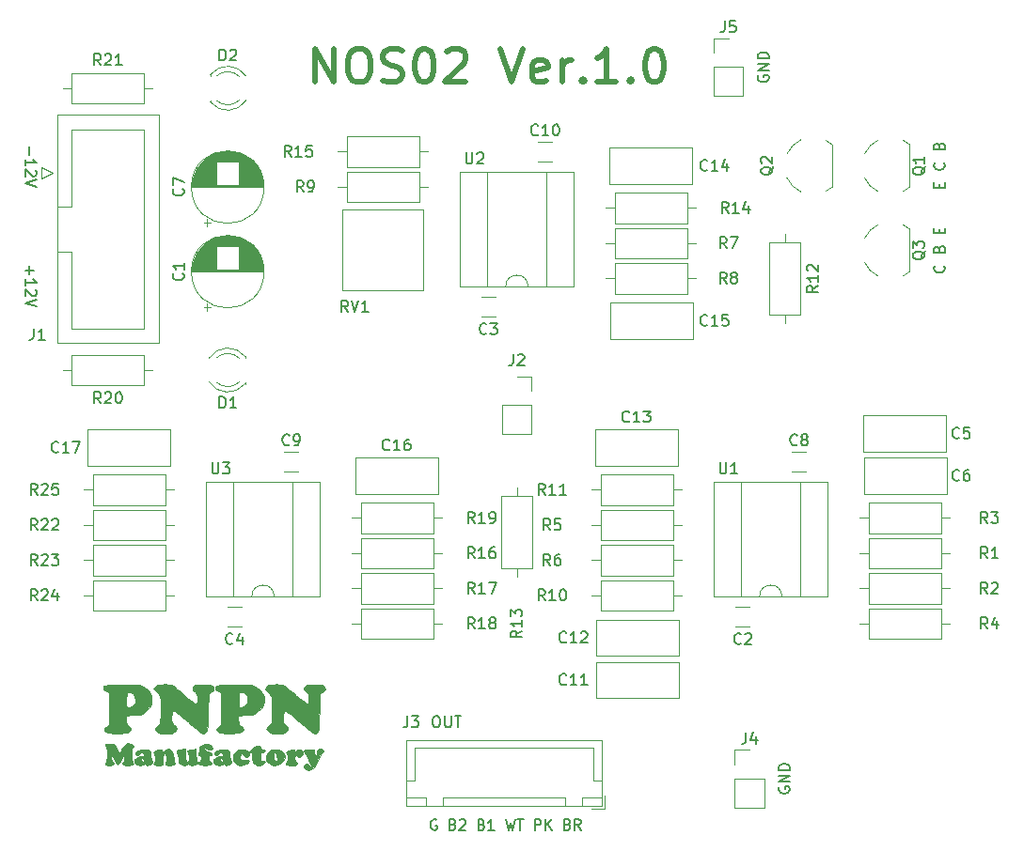
<source format=gto>
G04 #@! TF.GenerationSoftware,KiCad,Pcbnew,(5.1.10)-1*
G04 #@! TF.CreationDate,2021-07-20T07:48:39+09:00*
G04 #@! TF.ProjectId,NOS02,4e4f5330-322e-46b6-9963-61645f706362,Ver. 1.0*
G04 #@! TF.SameCoordinates,Original*
G04 #@! TF.FileFunction,Legend,Top*
G04 #@! TF.FilePolarity,Positive*
%FSLAX46Y46*%
G04 Gerber Fmt 4.6, Leading zero omitted, Abs format (unit mm)*
G04 Created by KiCad (PCBNEW (5.1.10)-1) date 2021-07-20 07:48:39*
%MOMM*%
%LPD*%
G01*
G04 APERTURE LIST*
%ADD10C,0.150000*%
%ADD11C,0.500000*%
%ADD12C,0.120000*%
%ADD13C,0.010000*%
G04 APERTURE END LIST*
D10*
X183237142Y-82049761D02*
X183284761Y-82097380D01*
X183332380Y-82240238D01*
X183332380Y-82335476D01*
X183284761Y-82478333D01*
X183189523Y-82573571D01*
X183094285Y-82621190D01*
X182903809Y-82668809D01*
X182760952Y-82668809D01*
X182570476Y-82621190D01*
X182475238Y-82573571D01*
X182380000Y-82478333D01*
X182332380Y-82335476D01*
X182332380Y-82240238D01*
X182380000Y-82097380D01*
X182427619Y-82049761D01*
X182808571Y-80525952D02*
X182856190Y-80383095D01*
X182903809Y-80335476D01*
X182999047Y-80287857D01*
X183141904Y-80287857D01*
X183237142Y-80335476D01*
X183284761Y-80383095D01*
X183332380Y-80478333D01*
X183332380Y-80859285D01*
X182332380Y-80859285D01*
X182332380Y-80525952D01*
X182380000Y-80430714D01*
X182427619Y-80383095D01*
X182522857Y-80335476D01*
X182618095Y-80335476D01*
X182713333Y-80383095D01*
X182760952Y-80430714D01*
X182808571Y-80525952D01*
X182808571Y-80859285D01*
X182808571Y-79097380D02*
X182808571Y-78764047D01*
X183332380Y-78621190D02*
X183332380Y-79097380D01*
X182332380Y-79097380D01*
X182332380Y-78621190D01*
X182808571Y-75001190D02*
X182808571Y-74667857D01*
X183332380Y-74525000D02*
X183332380Y-75001190D01*
X182332380Y-75001190D01*
X182332380Y-74525000D01*
X183237142Y-72763095D02*
X183284761Y-72810714D01*
X183332380Y-72953571D01*
X183332380Y-73048809D01*
X183284761Y-73191666D01*
X183189523Y-73286904D01*
X183094285Y-73334523D01*
X182903809Y-73382142D01*
X182760952Y-73382142D01*
X182570476Y-73334523D01*
X182475238Y-73286904D01*
X182380000Y-73191666D01*
X182332380Y-73048809D01*
X182332380Y-72953571D01*
X182380000Y-72810714D01*
X182427619Y-72763095D01*
X182808571Y-71239285D02*
X182856190Y-71096428D01*
X182903809Y-71048809D01*
X182999047Y-71001190D01*
X183141904Y-71001190D01*
X183237142Y-71048809D01*
X183284761Y-71096428D01*
X183332380Y-71191666D01*
X183332380Y-71572619D01*
X182332380Y-71572619D01*
X182332380Y-71239285D01*
X182380000Y-71144047D01*
X182427619Y-71096428D01*
X182522857Y-71048809D01*
X182618095Y-71048809D01*
X182713333Y-71096428D01*
X182760952Y-71144047D01*
X182808571Y-71239285D01*
X182808571Y-71572619D01*
X100893571Y-82058095D02*
X100893571Y-82820000D01*
X100512619Y-82439047D02*
X101274523Y-82439047D01*
X100512619Y-83820000D02*
X100512619Y-83248571D01*
X100512619Y-83534285D02*
X101512619Y-83534285D01*
X101369761Y-83439047D01*
X101274523Y-83343809D01*
X101226904Y-83248571D01*
X101417380Y-84200952D02*
X101465000Y-84248571D01*
X101512619Y-84343809D01*
X101512619Y-84581904D01*
X101465000Y-84677142D01*
X101417380Y-84724761D01*
X101322142Y-84772380D01*
X101226904Y-84772380D01*
X101084047Y-84724761D01*
X100512619Y-84153333D01*
X100512619Y-84772380D01*
X101512619Y-85058095D02*
X100512619Y-85391428D01*
X101512619Y-85724761D01*
X100893571Y-71263095D02*
X100893571Y-72025000D01*
X100512619Y-73025000D02*
X100512619Y-72453571D01*
X100512619Y-72739285D02*
X101512619Y-72739285D01*
X101369761Y-72644047D01*
X101274523Y-72548809D01*
X101226904Y-72453571D01*
X101417380Y-73405952D02*
X101465000Y-73453571D01*
X101512619Y-73548809D01*
X101512619Y-73786904D01*
X101465000Y-73882142D01*
X101417380Y-73929761D01*
X101322142Y-73977380D01*
X101226904Y-73977380D01*
X101084047Y-73929761D01*
X100512619Y-73358333D01*
X100512619Y-73977380D01*
X101512619Y-74263095D02*
X100512619Y-74596428D01*
X101512619Y-74929761D01*
X166505000Y-64896904D02*
X166457380Y-64992142D01*
X166457380Y-65135000D01*
X166505000Y-65277857D01*
X166600238Y-65373095D01*
X166695476Y-65420714D01*
X166885952Y-65468333D01*
X167028809Y-65468333D01*
X167219285Y-65420714D01*
X167314523Y-65373095D01*
X167409761Y-65277857D01*
X167457380Y-65135000D01*
X167457380Y-65039761D01*
X167409761Y-64896904D01*
X167362142Y-64849285D01*
X167028809Y-64849285D01*
X167028809Y-65039761D01*
X167457380Y-64420714D02*
X166457380Y-64420714D01*
X167457380Y-63849285D01*
X166457380Y-63849285D01*
X167457380Y-63373095D02*
X166457380Y-63373095D01*
X166457380Y-63135000D01*
X166505000Y-62992142D01*
X166600238Y-62896904D01*
X166695476Y-62849285D01*
X166885952Y-62801666D01*
X167028809Y-62801666D01*
X167219285Y-62849285D01*
X167314523Y-62896904D01*
X167409761Y-62992142D01*
X167457380Y-63135000D01*
X167457380Y-63373095D01*
X168410000Y-129031904D02*
X168362380Y-129127142D01*
X168362380Y-129270000D01*
X168410000Y-129412857D01*
X168505238Y-129508095D01*
X168600476Y-129555714D01*
X168790952Y-129603333D01*
X168933809Y-129603333D01*
X169124285Y-129555714D01*
X169219523Y-129508095D01*
X169314761Y-129412857D01*
X169362380Y-129270000D01*
X169362380Y-129174761D01*
X169314761Y-129031904D01*
X169267142Y-128984285D01*
X168933809Y-128984285D01*
X168933809Y-129174761D01*
X169362380Y-128555714D02*
X168362380Y-128555714D01*
X169362380Y-127984285D01*
X168362380Y-127984285D01*
X169362380Y-127508095D02*
X168362380Y-127508095D01*
X168362380Y-127270000D01*
X168410000Y-127127142D01*
X168505238Y-127031904D01*
X168600476Y-126984285D01*
X168790952Y-126936666D01*
X168933809Y-126936666D01*
X169124285Y-126984285D01*
X169219523Y-127031904D01*
X169314761Y-127127142D01*
X169362380Y-127270000D01*
X169362380Y-127508095D01*
X137543761Y-131986000D02*
X137453285Y-131940761D01*
X137317571Y-131940761D01*
X137181857Y-131986000D01*
X137091380Y-132076476D01*
X137046142Y-132166952D01*
X137000904Y-132347904D01*
X137000904Y-132483619D01*
X137046142Y-132664571D01*
X137091380Y-132755047D01*
X137181857Y-132845523D01*
X137317571Y-132890761D01*
X137408047Y-132890761D01*
X137543761Y-132845523D01*
X137589000Y-132800285D01*
X137589000Y-132483619D01*
X137408047Y-132483619D01*
X139036619Y-132393142D02*
X139172333Y-132438380D01*
X139217571Y-132483619D01*
X139262809Y-132574095D01*
X139262809Y-132709809D01*
X139217571Y-132800285D01*
X139172333Y-132845523D01*
X139081857Y-132890761D01*
X138719952Y-132890761D01*
X138719952Y-131940761D01*
X139036619Y-131940761D01*
X139127095Y-131986000D01*
X139172333Y-132031238D01*
X139217571Y-132121714D01*
X139217571Y-132212190D01*
X139172333Y-132302666D01*
X139127095Y-132347904D01*
X139036619Y-132393142D01*
X138719952Y-132393142D01*
X139624714Y-132031238D02*
X139669952Y-131986000D01*
X139760428Y-131940761D01*
X139986619Y-131940761D01*
X140077095Y-131986000D01*
X140122333Y-132031238D01*
X140167571Y-132121714D01*
X140167571Y-132212190D01*
X140122333Y-132347904D01*
X139579476Y-132890761D01*
X140167571Y-132890761D01*
X141615190Y-132393142D02*
X141750904Y-132438380D01*
X141796142Y-132483619D01*
X141841380Y-132574095D01*
X141841380Y-132709809D01*
X141796142Y-132800285D01*
X141750904Y-132845523D01*
X141660428Y-132890761D01*
X141298523Y-132890761D01*
X141298523Y-131940761D01*
X141615190Y-131940761D01*
X141705666Y-131986000D01*
X141750904Y-132031238D01*
X141796142Y-132121714D01*
X141796142Y-132212190D01*
X141750904Y-132302666D01*
X141705666Y-132347904D01*
X141615190Y-132393142D01*
X141298523Y-132393142D01*
X142746142Y-132890761D02*
X142203285Y-132890761D01*
X142474714Y-132890761D02*
X142474714Y-131940761D01*
X142384238Y-132076476D01*
X142293761Y-132166952D01*
X142203285Y-132212190D01*
X143786619Y-131940761D02*
X144012809Y-132890761D01*
X144193761Y-132212190D01*
X144374714Y-132890761D01*
X144600904Y-131940761D01*
X144827095Y-131940761D02*
X145369952Y-131940761D01*
X145098523Y-132890761D02*
X145098523Y-131940761D01*
X146410428Y-132890761D02*
X146410428Y-131940761D01*
X146772333Y-131940761D01*
X146862809Y-131986000D01*
X146908047Y-132031238D01*
X146953285Y-132121714D01*
X146953285Y-132257428D01*
X146908047Y-132347904D01*
X146862809Y-132393142D01*
X146772333Y-132438380D01*
X146410428Y-132438380D01*
X147360428Y-132890761D02*
X147360428Y-131940761D01*
X147903285Y-132890761D02*
X147496142Y-132347904D01*
X147903285Y-131940761D02*
X147360428Y-132483619D01*
X149350904Y-132393142D02*
X149486619Y-132438380D01*
X149531857Y-132483619D01*
X149577095Y-132574095D01*
X149577095Y-132709809D01*
X149531857Y-132800285D01*
X149486619Y-132845523D01*
X149396142Y-132890761D01*
X149034238Y-132890761D01*
X149034238Y-131940761D01*
X149350904Y-131940761D01*
X149441380Y-131986000D01*
X149486619Y-132031238D01*
X149531857Y-132121714D01*
X149531857Y-132212190D01*
X149486619Y-132302666D01*
X149441380Y-132347904D01*
X149350904Y-132393142D01*
X149034238Y-132393142D01*
X150527095Y-132890761D02*
X150210428Y-132438380D01*
X149984238Y-132890761D02*
X149984238Y-131940761D01*
X150346142Y-131940761D01*
X150436619Y-131986000D01*
X150481857Y-132031238D01*
X150527095Y-132121714D01*
X150527095Y-132257428D01*
X150481857Y-132347904D01*
X150436619Y-132393142D01*
X150346142Y-132438380D01*
X149984238Y-132438380D01*
X137430000Y-122642380D02*
X137620476Y-122642380D01*
X137715714Y-122690000D01*
X137810952Y-122785238D01*
X137858571Y-122975714D01*
X137858571Y-123309047D01*
X137810952Y-123499523D01*
X137715714Y-123594761D01*
X137620476Y-123642380D01*
X137430000Y-123642380D01*
X137334761Y-123594761D01*
X137239523Y-123499523D01*
X137191904Y-123309047D01*
X137191904Y-122975714D01*
X137239523Y-122785238D01*
X137334761Y-122690000D01*
X137430000Y-122642380D01*
X138287142Y-122642380D02*
X138287142Y-123451904D01*
X138334761Y-123547142D01*
X138382380Y-123594761D01*
X138477619Y-123642380D01*
X138668095Y-123642380D01*
X138763333Y-123594761D01*
X138810952Y-123547142D01*
X138858571Y-123451904D01*
X138858571Y-122642380D01*
X139191904Y-122642380D02*
X139763333Y-122642380D01*
X139477619Y-123642380D02*
X139477619Y-122642380D01*
D11*
X126597142Y-65492142D02*
X126597142Y-62492142D01*
X128311428Y-65492142D01*
X128311428Y-62492142D01*
X130311428Y-62492142D02*
X130882857Y-62492142D01*
X131168571Y-62635000D01*
X131454285Y-62920714D01*
X131597142Y-63492142D01*
X131597142Y-64492142D01*
X131454285Y-65063571D01*
X131168571Y-65349285D01*
X130882857Y-65492142D01*
X130311428Y-65492142D01*
X130025714Y-65349285D01*
X129739999Y-65063571D01*
X129597142Y-64492142D01*
X129597142Y-63492142D01*
X129739999Y-62920714D01*
X130025714Y-62635000D01*
X130311428Y-62492142D01*
X132739999Y-65349285D02*
X133168571Y-65492142D01*
X133882857Y-65492142D01*
X134168571Y-65349285D01*
X134311428Y-65206428D01*
X134454285Y-64920714D01*
X134454285Y-64635000D01*
X134311428Y-64349285D01*
X134168571Y-64206428D01*
X133882857Y-64063571D01*
X133311428Y-63920714D01*
X133025714Y-63777857D01*
X132882857Y-63635000D01*
X132739999Y-63349285D01*
X132739999Y-63063571D01*
X132882857Y-62777857D01*
X133025714Y-62635000D01*
X133311428Y-62492142D01*
X134025714Y-62492142D01*
X134454285Y-62635000D01*
X136311428Y-62492142D02*
X136597142Y-62492142D01*
X136882857Y-62635000D01*
X137025714Y-62777857D01*
X137168571Y-63063571D01*
X137311428Y-63635000D01*
X137311428Y-64349285D01*
X137168571Y-64920714D01*
X137025714Y-65206428D01*
X136882857Y-65349285D01*
X136597142Y-65492142D01*
X136311428Y-65492142D01*
X136025714Y-65349285D01*
X135882857Y-65206428D01*
X135740000Y-64920714D01*
X135597142Y-64349285D01*
X135597142Y-63635000D01*
X135740000Y-63063571D01*
X135882857Y-62777857D01*
X136025714Y-62635000D01*
X136311428Y-62492142D01*
X138454285Y-62777857D02*
X138597142Y-62635000D01*
X138882857Y-62492142D01*
X139597142Y-62492142D01*
X139882857Y-62635000D01*
X140025714Y-62777857D01*
X140168571Y-63063571D01*
X140168571Y-63349285D01*
X140025714Y-63777857D01*
X138311428Y-65492142D01*
X140168571Y-65492142D01*
X143311428Y-62492142D02*
X144311428Y-65492142D01*
X145311428Y-62492142D01*
X147454285Y-65349285D02*
X147168571Y-65492142D01*
X146597142Y-65492142D01*
X146311428Y-65349285D01*
X146168571Y-65063571D01*
X146168571Y-63920714D01*
X146311428Y-63635000D01*
X146597142Y-63492142D01*
X147168571Y-63492142D01*
X147454285Y-63635000D01*
X147597142Y-63920714D01*
X147597142Y-64206428D01*
X146168571Y-64492142D01*
X148882857Y-65492142D02*
X148882857Y-63492142D01*
X148882857Y-64063571D02*
X149025714Y-63777857D01*
X149168571Y-63635000D01*
X149454285Y-63492142D01*
X149740000Y-63492142D01*
X150740000Y-65206428D02*
X150882857Y-65349285D01*
X150740000Y-65492142D01*
X150597142Y-65349285D01*
X150740000Y-65206428D01*
X150740000Y-65492142D01*
X153740000Y-65492142D02*
X152025714Y-65492142D01*
X152882857Y-65492142D02*
X152882857Y-62492142D01*
X152597142Y-62920714D01*
X152311428Y-63206428D01*
X152025714Y-63349285D01*
X155025714Y-65206428D02*
X155168571Y-65349285D01*
X155025714Y-65492142D01*
X154882857Y-65349285D01*
X155025714Y-65206428D01*
X155025714Y-65492142D01*
X157025714Y-62492142D02*
X157311428Y-62492142D01*
X157597142Y-62635000D01*
X157740000Y-62777857D01*
X157882857Y-63063571D01*
X158025714Y-63635000D01*
X158025714Y-64349285D01*
X157882857Y-64920714D01*
X157740000Y-65206428D01*
X157597142Y-65349285D01*
X157311428Y-65492142D01*
X157025714Y-65492142D01*
X156740000Y-65349285D01*
X156597142Y-65206428D01*
X156454285Y-64920714D01*
X156311428Y-64349285D01*
X156311428Y-63635000D01*
X156454285Y-63063571D01*
X156597142Y-62777857D01*
X156740000Y-62635000D01*
X157025714Y-62492142D01*
D12*
G04 #@! TO.C,U3*
X116780000Y-111880000D02*
X127060000Y-111880000D01*
X116780000Y-101480000D02*
X116780000Y-111880000D01*
X127060000Y-101480000D02*
X116780000Y-101480000D01*
X127060000Y-111880000D02*
X127060000Y-101480000D01*
X119270000Y-111820000D02*
X120920000Y-111820000D01*
X119270000Y-101540000D02*
X119270000Y-111820000D01*
X124570000Y-101540000D02*
X119270000Y-101540000D01*
X124570000Y-111820000D02*
X124570000Y-101540000D01*
X122920000Y-111820000D02*
X124570000Y-111820000D01*
X120920000Y-111820000D02*
G75*
G02*
X122920000Y-111820000I1000000J0D01*
G01*
G04 #@! TO.C,U2*
X139640000Y-83940000D02*
X149920000Y-83940000D01*
X139640000Y-73540000D02*
X139640000Y-83940000D01*
X149920000Y-73540000D02*
X139640000Y-73540000D01*
X149920000Y-83940000D02*
X149920000Y-73540000D01*
X142130000Y-83880000D02*
X143780000Y-83880000D01*
X142130000Y-73600000D02*
X142130000Y-83880000D01*
X147430000Y-73600000D02*
X142130000Y-73600000D01*
X147430000Y-83880000D02*
X147430000Y-73600000D01*
X145780000Y-83880000D02*
X147430000Y-83880000D01*
X143780000Y-83880000D02*
G75*
G02*
X145780000Y-83880000I1000000J0D01*
G01*
D13*
G04 #@! TO.C,G\u002A\u002A\u002A*
G36*
X127308998Y-125630959D02*
G01*
X127384565Y-125709099D01*
X127342354Y-125828815D01*
X127259446Y-125916535D01*
X127125112Y-126084872D01*
X126986512Y-126344107D01*
X126900853Y-126551614D01*
X126719654Y-126945586D01*
X126509777Y-127236865D01*
X126278840Y-127419192D01*
X126034461Y-127486308D01*
X125813526Y-127444766D01*
X125671220Y-127344042D01*
X125605695Y-127259037D01*
X125573435Y-127142622D01*
X125634436Y-127033536D01*
X125665044Y-127001455D01*
X125800567Y-126893665D01*
X125904552Y-126897516D01*
X126011058Y-127015901D01*
X126021589Y-127031750D01*
X126127416Y-127157648D01*
X126205107Y-127183291D01*
X126237828Y-127103862D01*
X126238000Y-127093664D01*
X126207734Y-126978322D01*
X126128431Y-126788370D01*
X126017328Y-126557532D01*
X125891665Y-126319534D01*
X125768681Y-126108099D01*
X125665615Y-125956952D01*
X125643810Y-125931257D01*
X125554516Y-125825406D01*
X125549634Y-125763351D01*
X125626548Y-125696397D01*
X125631011Y-125693132D01*
X125771544Y-125640226D01*
X125982866Y-125610625D01*
X126211546Y-125606437D01*
X126404150Y-125629767D01*
X126482920Y-125659544D01*
X126538790Y-125760394D01*
X126530247Y-125836528D01*
X126529810Y-125968419D01*
X126588084Y-126088251D01*
X126676388Y-126154234D01*
X126742069Y-126145179D01*
X126792359Y-126041769D01*
X126781957Y-125888845D01*
X126775882Y-125730427D01*
X126845362Y-125641739D01*
X127010053Y-125606137D01*
X127119493Y-125603000D01*
X127308998Y-125630959D01*
G37*
X127308998Y-125630959D02*
X127384565Y-125709099D01*
X127342354Y-125828815D01*
X127259446Y-125916535D01*
X127125112Y-126084872D01*
X126986512Y-126344107D01*
X126900853Y-126551614D01*
X126719654Y-126945586D01*
X126509777Y-127236865D01*
X126278840Y-127419192D01*
X126034461Y-127486308D01*
X125813526Y-127444766D01*
X125671220Y-127344042D01*
X125605695Y-127259037D01*
X125573435Y-127142622D01*
X125634436Y-127033536D01*
X125665044Y-127001455D01*
X125800567Y-126893665D01*
X125904552Y-126897516D01*
X126011058Y-127015901D01*
X126021589Y-127031750D01*
X126127416Y-127157648D01*
X126205107Y-127183291D01*
X126237828Y-127103862D01*
X126238000Y-127093664D01*
X126207734Y-126978322D01*
X126128431Y-126788370D01*
X126017328Y-126557532D01*
X125891665Y-126319534D01*
X125768681Y-126108099D01*
X125665615Y-125956952D01*
X125643810Y-125931257D01*
X125554516Y-125825406D01*
X125549634Y-125763351D01*
X125626548Y-125696397D01*
X125631011Y-125693132D01*
X125771544Y-125640226D01*
X125982866Y-125610625D01*
X126211546Y-125606437D01*
X126404150Y-125629767D01*
X126482920Y-125659544D01*
X126538790Y-125760394D01*
X126530247Y-125836528D01*
X126529810Y-125968419D01*
X126588084Y-126088251D01*
X126676388Y-126154234D01*
X126742069Y-126145179D01*
X126792359Y-126041769D01*
X126781957Y-125888845D01*
X126775882Y-125730427D01*
X126845362Y-125641739D01*
X127010053Y-125606137D01*
X127119493Y-125603000D01*
X127308998Y-125630959D01*
G36*
X109977810Y-125104707D02*
G01*
X110120552Y-125128568D01*
X110135556Y-125133543D01*
X110221571Y-125222459D01*
X110222772Y-125356966D01*
X110156625Y-125466522D01*
X110110656Y-125579623D01*
X110085205Y-125780995D01*
X110079004Y-126033791D01*
X110090783Y-126301164D01*
X110119275Y-126546268D01*
X110163212Y-126732255D01*
X110202793Y-126807890D01*
X110273013Y-126900630D01*
X110247005Y-126956658D01*
X110181942Y-126994946D01*
X110033585Y-127038993D01*
X109826729Y-127059976D01*
X109606104Y-127058450D01*
X109416439Y-127034972D01*
X109302465Y-126990096D01*
X109296525Y-126983944D01*
X109270192Y-126877888D01*
X109320500Y-126781308D01*
X109379174Y-126653038D01*
X109407824Y-126496454D01*
X109405623Y-126352717D01*
X109371741Y-126262989D01*
X109331124Y-126253508D01*
X109263656Y-126320914D01*
X109167541Y-126470219D01*
X109078219Y-126639800D01*
X108978412Y-126827103D01*
X108890716Y-126957357D01*
X108839501Y-127000000D01*
X108781573Y-126947085D01*
X108689580Y-126807613D01*
X108582341Y-126610490D01*
X108570778Y-126587250D01*
X108465144Y-126385963D01*
X108375881Y-126239026D01*
X108320652Y-126175210D01*
X108317370Y-126174500D01*
X108276525Y-126228664D01*
X108262436Y-126361052D01*
X108271756Y-126526508D01*
X108301137Y-126679877D01*
X108347230Y-126776001D01*
X108362750Y-126786536D01*
X108448699Y-126867496D01*
X108433285Y-126968892D01*
X108357556Y-127024956D01*
X108188333Y-127061139D01*
X107995678Y-127063424D01*
X107826242Y-127035839D01*
X107726677Y-126982410D01*
X107719589Y-126969881D01*
X107731168Y-126855234D01*
X107785082Y-126774846D01*
X107841765Y-126651511D01*
X107877999Y-126440419D01*
X107893856Y-126179142D01*
X107889407Y-125905253D01*
X107864722Y-125656325D01*
X107819874Y-125469932D01*
X107782486Y-125402816D01*
X107714260Y-125273640D01*
X107760668Y-125176171D01*
X107911617Y-125118181D01*
X108157017Y-125107441D01*
X108165409Y-125107911D01*
X108337022Y-125122257D01*
X108450987Y-125157244D01*
X108542217Y-125238018D01*
X108645623Y-125389730D01*
X108715131Y-125503902D01*
X108837906Y-125695636D01*
X108942539Y-125838566D01*
X109006754Y-125902315D01*
X109007498Y-125902582D01*
X109069320Y-125863330D01*
X109151893Y-125739247D01*
X109191342Y-125659642D01*
X109331352Y-125383059D01*
X109463358Y-125210082D01*
X109608584Y-125120726D01*
X109788251Y-125095003D01*
X109790915Y-125095000D01*
X109977810Y-125104707D01*
G37*
X109977810Y-125104707D02*
X110120552Y-125128568D01*
X110135556Y-125133543D01*
X110221571Y-125222459D01*
X110222772Y-125356966D01*
X110156625Y-125466522D01*
X110110656Y-125579623D01*
X110085205Y-125780995D01*
X110079004Y-126033791D01*
X110090783Y-126301164D01*
X110119275Y-126546268D01*
X110163212Y-126732255D01*
X110202793Y-126807890D01*
X110273013Y-126900630D01*
X110247005Y-126956658D01*
X110181942Y-126994946D01*
X110033585Y-127038993D01*
X109826729Y-127059976D01*
X109606104Y-127058450D01*
X109416439Y-127034972D01*
X109302465Y-126990096D01*
X109296525Y-126983944D01*
X109270192Y-126877888D01*
X109320500Y-126781308D01*
X109379174Y-126653038D01*
X109407824Y-126496454D01*
X109405623Y-126352717D01*
X109371741Y-126262989D01*
X109331124Y-126253508D01*
X109263656Y-126320914D01*
X109167541Y-126470219D01*
X109078219Y-126639800D01*
X108978412Y-126827103D01*
X108890716Y-126957357D01*
X108839501Y-127000000D01*
X108781573Y-126947085D01*
X108689580Y-126807613D01*
X108582341Y-126610490D01*
X108570778Y-126587250D01*
X108465144Y-126385963D01*
X108375881Y-126239026D01*
X108320652Y-126175210D01*
X108317370Y-126174500D01*
X108276525Y-126228664D01*
X108262436Y-126361052D01*
X108271756Y-126526508D01*
X108301137Y-126679877D01*
X108347230Y-126776001D01*
X108362750Y-126786536D01*
X108448699Y-126867496D01*
X108433285Y-126968892D01*
X108357556Y-127024956D01*
X108188333Y-127061139D01*
X107995678Y-127063424D01*
X107826242Y-127035839D01*
X107726677Y-126982410D01*
X107719589Y-126969881D01*
X107731168Y-126855234D01*
X107785082Y-126774846D01*
X107841765Y-126651511D01*
X107877999Y-126440419D01*
X107893856Y-126179142D01*
X107889407Y-125905253D01*
X107864722Y-125656325D01*
X107819874Y-125469932D01*
X107782486Y-125402816D01*
X107714260Y-125273640D01*
X107760668Y-125176171D01*
X107911617Y-125118181D01*
X108157017Y-125107441D01*
X108165409Y-125107911D01*
X108337022Y-125122257D01*
X108450987Y-125157244D01*
X108542217Y-125238018D01*
X108645623Y-125389730D01*
X108715131Y-125503902D01*
X108837906Y-125695636D01*
X108942539Y-125838566D01*
X109006754Y-125902315D01*
X109007498Y-125902582D01*
X109069320Y-125863330D01*
X109151893Y-125739247D01*
X109191342Y-125659642D01*
X109331352Y-125383059D01*
X109463358Y-125210082D01*
X109608584Y-125120726D01*
X109788251Y-125095003D01*
X109790915Y-125095000D01*
X109977810Y-125104707D01*
G36*
X111493297Y-125660889D02*
G01*
X111678840Y-125750174D01*
X111782958Y-125920015D01*
X111821994Y-126187421D01*
X111823500Y-126273629D01*
X111835994Y-126497053D01*
X111879140Y-126626433D01*
X111934625Y-126679164D01*
X111997861Y-126730937D01*
X111983171Y-126790853D01*
X111880380Y-126893120D01*
X111867584Y-126904569D01*
X111669269Y-127029394D01*
X111478839Y-127058529D01*
X111329922Y-126989022D01*
X111239511Y-126946327D01*
X111102216Y-126984419D01*
X111091984Y-126989022D01*
X110822444Y-127059057D01*
X110588708Y-127007283D01*
X110455363Y-126907636D01*
X110335611Y-126768755D01*
X110312764Y-126658034D01*
X110336554Y-126615809D01*
X110947794Y-126615809D01*
X111012562Y-126718212D01*
X111091257Y-126746000D01*
X111169927Y-126691012D01*
X111188500Y-126587250D01*
X111149643Y-126464894D01*
X111062157Y-126425458D01*
X110969665Y-126486888D01*
X110964370Y-126495040D01*
X110947794Y-126615809D01*
X110336554Y-126615809D01*
X110385688Y-126528604D01*
X110444470Y-126457544D01*
X110603265Y-126329493D01*
X110825243Y-126263712D01*
X110888970Y-126255244D01*
X111071872Y-126226928D01*
X111160506Y-126182754D01*
X111187526Y-126102417D01*
X111188500Y-126068998D01*
X111150921Y-125924096D01*
X111049920Y-125879451D01*
X110903096Y-125937523D01*
X110807500Y-126015750D01*
X110647270Y-126129641D01*
X110518606Y-126150445D01*
X110444174Y-126081026D01*
X110437921Y-125969003D01*
X110520040Y-125821292D01*
X110707815Y-125711853D01*
X110983657Y-125648289D01*
X111209985Y-125635152D01*
X111493297Y-125660889D01*
G37*
X111493297Y-125660889D02*
X111678840Y-125750174D01*
X111782958Y-125920015D01*
X111821994Y-126187421D01*
X111823500Y-126273629D01*
X111835994Y-126497053D01*
X111879140Y-126626433D01*
X111934625Y-126679164D01*
X111997861Y-126730937D01*
X111983171Y-126790853D01*
X111880380Y-126893120D01*
X111867584Y-126904569D01*
X111669269Y-127029394D01*
X111478839Y-127058529D01*
X111329922Y-126989022D01*
X111239511Y-126946327D01*
X111102216Y-126984419D01*
X111091984Y-126989022D01*
X110822444Y-127059057D01*
X110588708Y-127007283D01*
X110455363Y-126907636D01*
X110335611Y-126768755D01*
X110312764Y-126658034D01*
X110336554Y-126615809D01*
X110947794Y-126615809D01*
X111012562Y-126718212D01*
X111091257Y-126746000D01*
X111169927Y-126691012D01*
X111188500Y-126587250D01*
X111149643Y-126464894D01*
X111062157Y-126425458D01*
X110969665Y-126486888D01*
X110964370Y-126495040D01*
X110947794Y-126615809D01*
X110336554Y-126615809D01*
X110385688Y-126528604D01*
X110444470Y-126457544D01*
X110603265Y-126329493D01*
X110825243Y-126263712D01*
X110888970Y-126255244D01*
X111071872Y-126226928D01*
X111160506Y-126182754D01*
X111187526Y-126102417D01*
X111188500Y-126068998D01*
X111150921Y-125924096D01*
X111049920Y-125879451D01*
X110903096Y-125937523D01*
X110807500Y-126015750D01*
X110647270Y-126129641D01*
X110518606Y-126150445D01*
X110444174Y-126081026D01*
X110437921Y-125969003D01*
X110520040Y-125821292D01*
X110707815Y-125711853D01*
X110983657Y-125648289D01*
X111209985Y-125635152D01*
X111493297Y-125660889D01*
G36*
X113602044Y-125659074D02*
G01*
X113759061Y-125817138D01*
X113843842Y-126061952D01*
X113855500Y-126216853D01*
X113877766Y-126451917D01*
X113932774Y-126677491D01*
X113947339Y-126715880D01*
X114001700Y-126863702D01*
X113996755Y-126941827D01*
X113928150Y-126995057D01*
X113919763Y-126999591D01*
X113768668Y-127042385D01*
X113558887Y-127060238D01*
X113346940Y-127052585D01*
X113189346Y-127018865D01*
X113166318Y-127007103D01*
X113113336Y-126934661D01*
X113150443Y-126821750D01*
X113202268Y-126653512D01*
X113219459Y-126441718D01*
X113203443Y-126235506D01*
X113155648Y-126084011D01*
X113128031Y-126049808D01*
X113017006Y-125996156D01*
X112945352Y-126055249D01*
X112911430Y-126230362D01*
X112911500Y-126483193D01*
X112914328Y-126711044D01*
X112902840Y-126892781D01*
X112881375Y-126984125D01*
X112790485Y-127031656D01*
X112621962Y-127057129D01*
X112423429Y-127059460D01*
X112242511Y-127037566D01*
X112141000Y-127000965D01*
X112079953Y-126933813D01*
X112111155Y-126835564D01*
X112125125Y-126812299D01*
X112180959Y-126652694D01*
X112203562Y-126440673D01*
X112193897Y-126224168D01*
X112152928Y-126051109D01*
X112108466Y-125983350D01*
X112051904Y-125885483D01*
X112119057Y-125792392D01*
X112306651Y-125707281D01*
X112425039Y-125673554D01*
X112645039Y-125622333D01*
X112769714Y-125610340D01*
X112825646Y-125641197D01*
X112839417Y-125718522D01*
X112839500Y-125730000D01*
X112862006Y-125833245D01*
X112893158Y-125857000D01*
X112971540Y-125814540D01*
X113061750Y-125730000D01*
X113230965Y-125626969D01*
X113384482Y-125603000D01*
X113602044Y-125659074D01*
G37*
X113602044Y-125659074D02*
X113759061Y-125817138D01*
X113843842Y-126061952D01*
X113855500Y-126216853D01*
X113877766Y-126451917D01*
X113932774Y-126677491D01*
X113947339Y-126715880D01*
X114001700Y-126863702D01*
X113996755Y-126941827D01*
X113928150Y-126995057D01*
X113919763Y-126999591D01*
X113768668Y-127042385D01*
X113558887Y-127060238D01*
X113346940Y-127052585D01*
X113189346Y-127018865D01*
X113166318Y-127007103D01*
X113113336Y-126934661D01*
X113150443Y-126821750D01*
X113202268Y-126653512D01*
X113219459Y-126441718D01*
X113203443Y-126235506D01*
X113155648Y-126084011D01*
X113128031Y-126049808D01*
X113017006Y-125996156D01*
X112945352Y-126055249D01*
X112911430Y-126230362D01*
X112911500Y-126483193D01*
X112914328Y-126711044D01*
X112902840Y-126892781D01*
X112881375Y-126984125D01*
X112790485Y-127031656D01*
X112621962Y-127057129D01*
X112423429Y-127059460D01*
X112242511Y-127037566D01*
X112141000Y-127000965D01*
X112079953Y-126933813D01*
X112111155Y-126835564D01*
X112125125Y-126812299D01*
X112180959Y-126652694D01*
X112203562Y-126440673D01*
X112193897Y-126224168D01*
X112152928Y-126051109D01*
X112108466Y-125983350D01*
X112051904Y-125885483D01*
X112119057Y-125792392D01*
X112306651Y-125707281D01*
X112425039Y-125673554D01*
X112645039Y-125622333D01*
X112769714Y-125610340D01*
X112825646Y-125641197D01*
X112839417Y-125718522D01*
X112839500Y-125730000D01*
X112862006Y-125833245D01*
X112893158Y-125857000D01*
X112971540Y-125814540D01*
X113061750Y-125730000D01*
X113230965Y-125626969D01*
X113384482Y-125603000D01*
X113602044Y-125659074D01*
G36*
X116985173Y-125178413D02*
G01*
X117193007Y-125245426D01*
X117314845Y-125363725D01*
X117336015Y-125495888D01*
X117267701Y-125615694D01*
X117128139Y-125654671D01*
X116947635Y-125608256D01*
X116872244Y-125565734D01*
X116722048Y-125498036D01*
X116641347Y-125522252D01*
X116640286Y-125596174D01*
X116725629Y-125691966D01*
X116865445Y-125785392D01*
X117027804Y-125852214D01*
X117094831Y-125866487D01*
X117224068Y-125925128D01*
X117280117Y-126026384D01*
X117256192Y-126127432D01*
X117145504Y-126185449D01*
X117145397Y-126185464D01*
X117043217Y-126222974D01*
X117008025Y-126321819D01*
X117008163Y-126413089D01*
X117074953Y-126637250D01*
X117166913Y-126746421D01*
X117265894Y-126838567D01*
X117272288Y-126897155D01*
X117192988Y-126968207D01*
X117045769Y-127026796D01*
X116822888Y-127058119D01*
X116572817Y-127061741D01*
X116344027Y-127037222D01*
X116184990Y-126984125D01*
X116175018Y-126977395D01*
X116066956Y-126924338D01*
X115949789Y-126949260D01*
X115893006Y-126977003D01*
X115702712Y-127043186D01*
X115507225Y-127061203D01*
X115349237Y-127031817D01*
X115274588Y-126965971D01*
X115235236Y-126903827D01*
X115165321Y-126918659D01*
X115088315Y-126965971D01*
X114867011Y-127050996D01*
X114635667Y-127045572D01*
X114443438Y-126951890D01*
X114427000Y-126936500D01*
X114348848Y-126823714D01*
X114309843Y-126661191D01*
X114300000Y-126433035D01*
X114282387Y-126159238D01*
X114227262Y-125991617D01*
X114198582Y-125955153D01*
X114129024Y-125832032D01*
X114175289Y-125729019D01*
X114326914Y-125652764D01*
X114573439Y-125609920D01*
X114752437Y-125603000D01*
X114935000Y-125603000D01*
X114935000Y-126103224D01*
X114949799Y-126423992D01*
X114993334Y-126629647D01*
X115064314Y-126717181D01*
X115161443Y-126683583D01*
X115177810Y-126668289D01*
X115232182Y-126543769D01*
X115251119Y-126350777D01*
X115236190Y-126142328D01*
X115188963Y-125971442D01*
X115155648Y-125918729D01*
X115092114Y-125827370D01*
X115124701Y-125758631D01*
X115157754Y-125729581D01*
X115277253Y-125675261D01*
X115467862Y-125630865D01*
X115572106Y-125617147D01*
X115887500Y-125586841D01*
X115887500Y-126126895D01*
X115898615Y-126453063D01*
X115935531Y-126664505D01*
X116003606Y-126771839D01*
X116108195Y-126785684D01*
X116200940Y-126748172D01*
X116292847Y-126647436D01*
X116338444Y-126496867D01*
X116337428Y-126339348D01*
X116289495Y-126217764D01*
X116205000Y-126174500D01*
X116098871Y-126129598D01*
X116078000Y-126047500D01*
X116104902Y-125944319D01*
X116142250Y-125920500D01*
X116177260Y-125864187D01*
X116172944Y-125713363D01*
X116168285Y-125681513D01*
X116174689Y-125461185D01*
X116280080Y-125306029D01*
X116491363Y-125209579D01*
X116711323Y-125173010D01*
X116985173Y-125178413D01*
G37*
X116985173Y-125178413D02*
X117193007Y-125245426D01*
X117314845Y-125363725D01*
X117336015Y-125495888D01*
X117267701Y-125615694D01*
X117128139Y-125654671D01*
X116947635Y-125608256D01*
X116872244Y-125565734D01*
X116722048Y-125498036D01*
X116641347Y-125522252D01*
X116640286Y-125596174D01*
X116725629Y-125691966D01*
X116865445Y-125785392D01*
X117027804Y-125852214D01*
X117094831Y-125866487D01*
X117224068Y-125925128D01*
X117280117Y-126026384D01*
X117256192Y-126127432D01*
X117145504Y-126185449D01*
X117145397Y-126185464D01*
X117043217Y-126222974D01*
X117008025Y-126321819D01*
X117008163Y-126413089D01*
X117074953Y-126637250D01*
X117166913Y-126746421D01*
X117265894Y-126838567D01*
X117272288Y-126897155D01*
X117192988Y-126968207D01*
X117045769Y-127026796D01*
X116822888Y-127058119D01*
X116572817Y-127061741D01*
X116344027Y-127037222D01*
X116184990Y-126984125D01*
X116175018Y-126977395D01*
X116066956Y-126924338D01*
X115949789Y-126949260D01*
X115893006Y-126977003D01*
X115702712Y-127043186D01*
X115507225Y-127061203D01*
X115349237Y-127031817D01*
X115274588Y-126965971D01*
X115235236Y-126903827D01*
X115165321Y-126918659D01*
X115088315Y-126965971D01*
X114867011Y-127050996D01*
X114635667Y-127045572D01*
X114443438Y-126951890D01*
X114427000Y-126936500D01*
X114348848Y-126823714D01*
X114309843Y-126661191D01*
X114300000Y-126433035D01*
X114282387Y-126159238D01*
X114227262Y-125991617D01*
X114198582Y-125955153D01*
X114129024Y-125832032D01*
X114175289Y-125729019D01*
X114326914Y-125652764D01*
X114573439Y-125609920D01*
X114752437Y-125603000D01*
X114935000Y-125603000D01*
X114935000Y-126103224D01*
X114949799Y-126423992D01*
X114993334Y-126629647D01*
X115064314Y-126717181D01*
X115161443Y-126683583D01*
X115177810Y-126668289D01*
X115232182Y-126543769D01*
X115251119Y-126350777D01*
X115236190Y-126142328D01*
X115188963Y-125971442D01*
X115155648Y-125918729D01*
X115092114Y-125827370D01*
X115124701Y-125758631D01*
X115157754Y-125729581D01*
X115277253Y-125675261D01*
X115467862Y-125630865D01*
X115572106Y-125617147D01*
X115887500Y-125586841D01*
X115887500Y-126126895D01*
X115898615Y-126453063D01*
X115935531Y-126664505D01*
X116003606Y-126771839D01*
X116108195Y-126785684D01*
X116200940Y-126748172D01*
X116292847Y-126647436D01*
X116338444Y-126496867D01*
X116337428Y-126339348D01*
X116289495Y-126217764D01*
X116205000Y-126174500D01*
X116098871Y-126129598D01*
X116078000Y-126047500D01*
X116104902Y-125944319D01*
X116142250Y-125920500D01*
X116177260Y-125864187D01*
X116172944Y-125713363D01*
X116168285Y-125681513D01*
X116174689Y-125461185D01*
X116280080Y-125306029D01*
X116491363Y-125209579D01*
X116711323Y-125173010D01*
X116985173Y-125178413D01*
G36*
X118605297Y-125660889D02*
G01*
X118790840Y-125750174D01*
X118894958Y-125920015D01*
X118933994Y-126187421D01*
X118935500Y-126273629D01*
X118947994Y-126497053D01*
X118991140Y-126626433D01*
X119046625Y-126679164D01*
X119109861Y-126730937D01*
X119095171Y-126790853D01*
X118992380Y-126893120D01*
X118979584Y-126904569D01*
X118781269Y-127029394D01*
X118590839Y-127058529D01*
X118441922Y-126989022D01*
X118351511Y-126946327D01*
X118214216Y-126984419D01*
X118203984Y-126989022D01*
X117934444Y-127059057D01*
X117700708Y-127007283D01*
X117567363Y-126907636D01*
X117447611Y-126768755D01*
X117424764Y-126658034D01*
X117448554Y-126615809D01*
X118059794Y-126615809D01*
X118124562Y-126718212D01*
X118203257Y-126746000D01*
X118281927Y-126691012D01*
X118300500Y-126587250D01*
X118261643Y-126464894D01*
X118174157Y-126425458D01*
X118081665Y-126486888D01*
X118076370Y-126495040D01*
X118059794Y-126615809D01*
X117448554Y-126615809D01*
X117497688Y-126528604D01*
X117556470Y-126457544D01*
X117715265Y-126329493D01*
X117937243Y-126263712D01*
X118000970Y-126255244D01*
X118183872Y-126226928D01*
X118272506Y-126182754D01*
X118299526Y-126102417D01*
X118300500Y-126068998D01*
X118262921Y-125924096D01*
X118161920Y-125879451D01*
X118015096Y-125937523D01*
X117919500Y-126015750D01*
X117759270Y-126129641D01*
X117630606Y-126150445D01*
X117556174Y-126081026D01*
X117549921Y-125969003D01*
X117632040Y-125821292D01*
X117819815Y-125711853D01*
X118095657Y-125648289D01*
X118321985Y-125635152D01*
X118605297Y-125660889D01*
G37*
X118605297Y-125660889D02*
X118790840Y-125750174D01*
X118894958Y-125920015D01*
X118933994Y-126187421D01*
X118935500Y-126273629D01*
X118947994Y-126497053D01*
X118991140Y-126626433D01*
X119046625Y-126679164D01*
X119109861Y-126730937D01*
X119095171Y-126790853D01*
X118992380Y-126893120D01*
X118979584Y-126904569D01*
X118781269Y-127029394D01*
X118590839Y-127058529D01*
X118441922Y-126989022D01*
X118351511Y-126946327D01*
X118214216Y-126984419D01*
X118203984Y-126989022D01*
X117934444Y-127059057D01*
X117700708Y-127007283D01*
X117567363Y-126907636D01*
X117447611Y-126768755D01*
X117424764Y-126658034D01*
X117448554Y-126615809D01*
X118059794Y-126615809D01*
X118124562Y-126718212D01*
X118203257Y-126746000D01*
X118281927Y-126691012D01*
X118300500Y-126587250D01*
X118261643Y-126464894D01*
X118174157Y-126425458D01*
X118081665Y-126486888D01*
X118076370Y-126495040D01*
X118059794Y-126615809D01*
X117448554Y-126615809D01*
X117497688Y-126528604D01*
X117556470Y-126457544D01*
X117715265Y-126329493D01*
X117937243Y-126263712D01*
X118000970Y-126255244D01*
X118183872Y-126226928D01*
X118272506Y-126182754D01*
X118299526Y-126102417D01*
X118300500Y-126068998D01*
X118262921Y-125924096D01*
X118161920Y-125879451D01*
X118015096Y-125937523D01*
X117919500Y-126015750D01*
X117759270Y-126129641D01*
X117630606Y-126150445D01*
X117556174Y-126081026D01*
X117549921Y-125969003D01*
X117632040Y-125821292D01*
X117819815Y-125711853D01*
X118095657Y-125648289D01*
X118321985Y-125635152D01*
X118605297Y-125660889D01*
G36*
X120219617Y-125626712D02*
G01*
X120463103Y-125699149D01*
X120630427Y-125825293D01*
X120680767Y-125917405D01*
X120688184Y-126090265D01*
X120612679Y-126219933D01*
X120487907Y-126291073D01*
X120347522Y-126288350D01*
X120225179Y-126196428D01*
X120192621Y-126139842D01*
X120091689Y-126013974D01*
X119987607Y-125996967D01*
X119874519Y-126065810D01*
X119834870Y-126206580D01*
X119873731Y-126384180D01*
X119919449Y-126468702D01*
X120002487Y-126567589D01*
X120108948Y-126609204D01*
X120286354Y-126610084D01*
X120319454Y-126607906D01*
X120535492Y-126618205D01*
X120640514Y-126678758D01*
X120629731Y-126777392D01*
X120498353Y-126901931D01*
X120447953Y-126934563D01*
X120175489Y-127036746D01*
X119870333Y-127052954D01*
X119589612Y-126981298D01*
X119555423Y-126964097D01*
X119338268Y-126782725D01*
X119220128Y-126545570D01*
X119205107Y-126281237D01*
X119297310Y-126018330D01*
X119399813Y-125879643D01*
X119560943Y-125729259D01*
X119725174Y-125652312D01*
X119929047Y-125619506D01*
X120219617Y-125626712D01*
G37*
X120219617Y-125626712D02*
X120463103Y-125699149D01*
X120630427Y-125825293D01*
X120680767Y-125917405D01*
X120688184Y-126090265D01*
X120612679Y-126219933D01*
X120487907Y-126291073D01*
X120347522Y-126288350D01*
X120225179Y-126196428D01*
X120192621Y-126139842D01*
X120091689Y-126013974D01*
X119987607Y-125996967D01*
X119874519Y-126065810D01*
X119834870Y-126206580D01*
X119873731Y-126384180D01*
X119919449Y-126468702D01*
X120002487Y-126567589D01*
X120108948Y-126609204D01*
X120286354Y-126610084D01*
X120319454Y-126607906D01*
X120535492Y-126618205D01*
X120640514Y-126678758D01*
X120629731Y-126777392D01*
X120498353Y-126901931D01*
X120447953Y-126934563D01*
X120175489Y-127036746D01*
X119870333Y-127052954D01*
X119589612Y-126981298D01*
X119555423Y-126964097D01*
X119338268Y-126782725D01*
X119220128Y-126545570D01*
X119205107Y-126281237D01*
X119297310Y-126018330D01*
X119399813Y-125879643D01*
X119560943Y-125729259D01*
X119725174Y-125652312D01*
X119929047Y-125619506D01*
X120219617Y-125626712D01*
G36*
X121631692Y-125322474D02*
G01*
X121666000Y-125440226D01*
X121688665Y-125551221D01*
X121781189Y-125601787D01*
X121872375Y-125614851D01*
X122021848Y-125649705D01*
X122076396Y-125728611D01*
X122078750Y-125761750D01*
X122046125Y-125856300D01*
X121928039Y-125901534D01*
X121869332Y-125908875D01*
X121659915Y-125929000D01*
X121678832Y-126289875D01*
X121692998Y-126493722D01*
X121719551Y-126601357D01*
X121775807Y-126643468D01*
X121879080Y-126650748D01*
X121882431Y-126650750D01*
X122041036Y-126678232D01*
X122086217Y-126751293D01*
X122016667Y-126855853D01*
X121908783Y-126934363D01*
X121633956Y-127046436D01*
X121375398Y-127047014D01*
X121154983Y-126936842D01*
X121123363Y-126907636D01*
X121036079Y-126801736D01*
X120988701Y-126678283D01*
X120969851Y-126495554D01*
X120967500Y-126336136D01*
X120963595Y-126111819D01*
X120946182Y-125986427D01*
X120906712Y-125931985D01*
X120840500Y-125920500D01*
X120726832Y-125889907D01*
X120713709Y-125808405D01*
X120793370Y-125691411D01*
X120958054Y-125554340D01*
X121056798Y-125490835D01*
X121331732Y-125345095D01*
X121521821Y-125289103D01*
X121631692Y-125322474D01*
G37*
X121631692Y-125322474D02*
X121666000Y-125440226D01*
X121688665Y-125551221D01*
X121781189Y-125601787D01*
X121872375Y-125614851D01*
X122021848Y-125649705D01*
X122076396Y-125728611D01*
X122078750Y-125761750D01*
X122046125Y-125856300D01*
X121928039Y-125901534D01*
X121869332Y-125908875D01*
X121659915Y-125929000D01*
X121678832Y-126289875D01*
X121692998Y-126493722D01*
X121719551Y-126601357D01*
X121775807Y-126643468D01*
X121879080Y-126650748D01*
X121882431Y-126650750D01*
X122041036Y-126678232D01*
X122086217Y-126751293D01*
X122016667Y-126855853D01*
X121908783Y-126934363D01*
X121633956Y-127046436D01*
X121375398Y-127047014D01*
X121154983Y-126936842D01*
X121123363Y-126907636D01*
X121036079Y-126801736D01*
X120988701Y-126678283D01*
X120969851Y-126495554D01*
X120967500Y-126336136D01*
X120963595Y-126111819D01*
X120946182Y-125986427D01*
X120906712Y-125931985D01*
X120840500Y-125920500D01*
X120726832Y-125889907D01*
X120713709Y-125808405D01*
X120793370Y-125691411D01*
X120958054Y-125554340D01*
X121056798Y-125490835D01*
X121331732Y-125345095D01*
X121521821Y-125289103D01*
X121631692Y-125322474D01*
G36*
X123287663Y-125625455D02*
G01*
X123549716Y-125733355D01*
X123750012Y-125919027D01*
X123867099Y-126170841D01*
X123888500Y-126353283D01*
X123830770Y-126590381D01*
X123675555Y-126790658D01*
X123449815Y-126942633D01*
X123180511Y-127034827D01*
X122894603Y-127055759D01*
X122619052Y-126993948D01*
X122511427Y-126939660D01*
X122295875Y-126759335D01*
X122194990Y-126540207D01*
X122193235Y-126287417D01*
X122248690Y-126111979D01*
X122874074Y-126111979D01*
X122876071Y-126291024D01*
X122910932Y-126471999D01*
X122972094Y-126605933D01*
X123073879Y-126705850D01*
X123147704Y-126685376D01*
X123186168Y-126549446D01*
X123190000Y-126460636D01*
X123166228Y-126223746D01*
X123103404Y-126037367D01*
X123014258Y-125932665D01*
X122969321Y-125920500D01*
X122905103Y-125975070D01*
X122874074Y-126111979D01*
X122248690Y-126111979D01*
X122282632Y-126004602D01*
X122470405Y-125796617D01*
X122664085Y-125689485D01*
X122985302Y-125606956D01*
X123287663Y-125625455D01*
G37*
X123287663Y-125625455D02*
X123549716Y-125733355D01*
X123750012Y-125919027D01*
X123867099Y-126170841D01*
X123888500Y-126353283D01*
X123830770Y-126590381D01*
X123675555Y-126790658D01*
X123449815Y-126942633D01*
X123180511Y-127034827D01*
X122894603Y-127055759D01*
X122619052Y-126993948D01*
X122511427Y-126939660D01*
X122295875Y-126759335D01*
X122194990Y-126540207D01*
X122193235Y-126287417D01*
X122248690Y-126111979D01*
X122874074Y-126111979D01*
X122876071Y-126291024D01*
X122910932Y-126471999D01*
X122972094Y-126605933D01*
X123073879Y-126705850D01*
X123147704Y-126685376D01*
X123186168Y-126549446D01*
X123190000Y-126460636D01*
X123166228Y-126223746D01*
X123103404Y-126037367D01*
X123014258Y-125932665D01*
X122969321Y-125920500D01*
X122905103Y-125975070D01*
X122874074Y-126111979D01*
X122248690Y-126111979D01*
X122282632Y-126004602D01*
X122470405Y-125796617D01*
X122664085Y-125689485D01*
X122985302Y-125606956D01*
X123287663Y-125625455D01*
G36*
X124766355Y-125681700D02*
G01*
X124777500Y-125741068D01*
X124777500Y-125879137D01*
X124924467Y-125741068D01*
X125113559Y-125623033D01*
X125290598Y-125625226D01*
X125439863Y-125746953D01*
X125451793Y-125764351D01*
X125520419Y-125912779D01*
X125499482Y-126051423D01*
X125487167Y-126080099D01*
X125365824Y-126223081D01*
X125196947Y-126283756D01*
X125027111Y-126249951D01*
X124976163Y-126213637D01*
X124870250Y-126147117D01*
X124807001Y-126186828D01*
X124779783Y-126340221D01*
X124777500Y-126436849D01*
X124801858Y-126627540D01*
X124884556Y-126734204D01*
X124904500Y-126746000D01*
X125011949Y-126846352D01*
X125016939Y-126953678D01*
X124931056Y-127024956D01*
X124770144Y-127057975D01*
X124555260Y-127067165D01*
X124330153Y-127055109D01*
X124138570Y-127024395D01*
X124024259Y-126977607D01*
X124017763Y-126970977D01*
X123976484Y-126876028D01*
X124024956Y-126759306D01*
X124041738Y-126734598D01*
X124115948Y-126559633D01*
X124141176Y-126349786D01*
X124117709Y-126154473D01*
X124045836Y-126023109D01*
X124037548Y-126016508D01*
X123970553Y-125917755D01*
X124028734Y-125813418D01*
X124210524Y-125705967D01*
X124243462Y-125691770D01*
X124494010Y-125612419D01*
X124672576Y-125609456D01*
X124766355Y-125681700D01*
G37*
X124766355Y-125681700D02*
X124777500Y-125741068D01*
X124777500Y-125879137D01*
X124924467Y-125741068D01*
X125113559Y-125623033D01*
X125290598Y-125625226D01*
X125439863Y-125746953D01*
X125451793Y-125764351D01*
X125520419Y-125912779D01*
X125499482Y-126051423D01*
X125487167Y-126080099D01*
X125365824Y-126223081D01*
X125196947Y-126283756D01*
X125027111Y-126249951D01*
X124976163Y-126213637D01*
X124870250Y-126147117D01*
X124807001Y-126186828D01*
X124779783Y-126340221D01*
X124777500Y-126436849D01*
X124801858Y-126627540D01*
X124884556Y-126734204D01*
X124904500Y-126746000D01*
X125011949Y-126846352D01*
X125016939Y-126953678D01*
X124931056Y-127024956D01*
X124770144Y-127057975D01*
X124555260Y-127067165D01*
X124330153Y-127055109D01*
X124138570Y-127024395D01*
X124024259Y-126977607D01*
X124017763Y-126970977D01*
X123976484Y-126876028D01*
X124024956Y-126759306D01*
X124041738Y-126734598D01*
X124115948Y-126559633D01*
X124141176Y-126349786D01*
X124117709Y-126154473D01*
X124045836Y-126023109D01*
X124037548Y-126016508D01*
X123970553Y-125917755D01*
X124028734Y-125813418D01*
X124210524Y-125705967D01*
X124243462Y-125691770D01*
X124494010Y-125612419D01*
X124672576Y-125609456D01*
X124766355Y-125681700D01*
G36*
X110341070Y-119778871D02*
G01*
X110554583Y-119789770D01*
X110721411Y-119809754D01*
X110861598Y-119839578D01*
X110924501Y-119857366D01*
X111299838Y-120027704D01*
X111588336Y-120272769D01*
X111787934Y-120572744D01*
X111896573Y-120907811D01*
X111912191Y-121258151D01*
X111832731Y-121603947D01*
X111656130Y-121925382D01*
X111380331Y-122202636D01*
X111181655Y-122331285D01*
X110999137Y-122422633D01*
X110828862Y-122481457D01*
X110630083Y-122516778D01*
X110362054Y-122537618D01*
X110220125Y-122544178D01*
X109601000Y-122569771D01*
X109601000Y-122906442D01*
X109610264Y-123170068D01*
X109647467Y-123341395D01*
X109726718Y-123454367D01*
X109862132Y-123542929D01*
X109866562Y-123545229D01*
X110009064Y-123671495D01*
X110040221Y-123824984D01*
X109962424Y-123976401D01*
X109823250Y-124076404D01*
X109645267Y-124128626D01*
X109377326Y-124165960D01*
X109055683Y-124187636D01*
X108716592Y-124192879D01*
X108396310Y-124180918D01*
X108131091Y-124150979D01*
X107988097Y-124115519D01*
X107754728Y-124002518D01*
X107647090Y-123879599D01*
X107664011Y-123741725D01*
X107804314Y-123583859D01*
X107854750Y-123543555D01*
X108077000Y-123374036D01*
X108077000Y-121440891D01*
X109610550Y-121440891D01*
X109621999Y-121651209D01*
X109650345Y-121768632D01*
X109677947Y-121802654D01*
X109869518Y-121854350D01*
X110079805Y-121793523D01*
X110240884Y-121670884D01*
X110358554Y-121529873D01*
X110413216Y-121380421D01*
X110426500Y-121166425D01*
X110384042Y-120857945D01*
X110257904Y-120643086D01*
X110049940Y-120524125D01*
X109883571Y-120499618D01*
X109632750Y-120491250D01*
X109614447Y-121121002D01*
X109610550Y-121440891D01*
X108077000Y-121440891D01*
X108077000Y-120516519D01*
X107865570Y-120428178D01*
X107636467Y-120298477D01*
X107531528Y-120151607D01*
X107536236Y-120018194D01*
X107558170Y-119963349D01*
X107594950Y-119920400D01*
X107661565Y-119887342D01*
X107773003Y-119862173D01*
X107944252Y-119842889D01*
X108190301Y-119827487D01*
X108526137Y-119813963D01*
X108966750Y-119800313D01*
X109220000Y-119793125D01*
X109693821Y-119781303D01*
X110060830Y-119776300D01*
X110341070Y-119778871D01*
G37*
X110341070Y-119778871D02*
X110554583Y-119789770D01*
X110721411Y-119809754D01*
X110861598Y-119839578D01*
X110924501Y-119857366D01*
X111299838Y-120027704D01*
X111588336Y-120272769D01*
X111787934Y-120572744D01*
X111896573Y-120907811D01*
X111912191Y-121258151D01*
X111832731Y-121603947D01*
X111656130Y-121925382D01*
X111380331Y-122202636D01*
X111181655Y-122331285D01*
X110999137Y-122422633D01*
X110828862Y-122481457D01*
X110630083Y-122516778D01*
X110362054Y-122537618D01*
X110220125Y-122544178D01*
X109601000Y-122569771D01*
X109601000Y-122906442D01*
X109610264Y-123170068D01*
X109647467Y-123341395D01*
X109726718Y-123454367D01*
X109862132Y-123542929D01*
X109866562Y-123545229D01*
X110009064Y-123671495D01*
X110040221Y-123824984D01*
X109962424Y-123976401D01*
X109823250Y-124076404D01*
X109645267Y-124128626D01*
X109377326Y-124165960D01*
X109055683Y-124187636D01*
X108716592Y-124192879D01*
X108396310Y-124180918D01*
X108131091Y-124150979D01*
X107988097Y-124115519D01*
X107754728Y-124002518D01*
X107647090Y-123879599D01*
X107664011Y-123741725D01*
X107804314Y-123583859D01*
X107854750Y-123543555D01*
X108077000Y-123374036D01*
X108077000Y-121440891D01*
X109610550Y-121440891D01*
X109621999Y-121651209D01*
X109650345Y-121768632D01*
X109677947Y-121802654D01*
X109869518Y-121854350D01*
X110079805Y-121793523D01*
X110240884Y-121670884D01*
X110358554Y-121529873D01*
X110413216Y-121380421D01*
X110426500Y-121166425D01*
X110384042Y-120857945D01*
X110257904Y-120643086D01*
X110049940Y-120524125D01*
X109883571Y-120499618D01*
X109632750Y-120491250D01*
X109614447Y-121121002D01*
X109610550Y-121440891D01*
X108077000Y-121440891D01*
X108077000Y-120516519D01*
X107865570Y-120428178D01*
X107636467Y-120298477D01*
X107531528Y-120151607D01*
X107536236Y-120018194D01*
X107558170Y-119963349D01*
X107594950Y-119920400D01*
X107661565Y-119887342D01*
X107773003Y-119862173D01*
X107944252Y-119842889D01*
X108190301Y-119827487D01*
X108526137Y-119813963D01*
X108966750Y-119800313D01*
X109220000Y-119793125D01*
X109693821Y-119781303D01*
X110060830Y-119776300D01*
X110341070Y-119778871D01*
G36*
X113360961Y-119767568D02*
G01*
X113582984Y-119786361D01*
X113719367Y-119819648D01*
X113721687Y-119820853D01*
X113802819Y-119879074D01*
X113963719Y-120006456D01*
X114187800Y-120189431D01*
X114458472Y-120414430D01*
X114759148Y-120667884D01*
X114810892Y-120711837D01*
X115112652Y-120963638D01*
X115386311Y-121182938D01*
X115615771Y-121357562D01*
X115784933Y-121475336D01*
X115877698Y-121524085D01*
X115885504Y-121524513D01*
X115949903Y-121468516D01*
X115988385Y-121317944D01*
X116002376Y-121160799D01*
X116006884Y-120862009D01*
X115973610Y-120658708D01*
X115893059Y-120522574D01*
X115755823Y-120425331D01*
X115621984Y-120334395D01*
X115578631Y-120220704D01*
X115582118Y-120123999D01*
X115619094Y-119975258D01*
X115707773Y-119871909D01*
X115865523Y-119807773D01*
X116109716Y-119776672D01*
X116457723Y-119772427D01*
X116563628Y-119774856D01*
X116874762Y-119787640D01*
X117086236Y-119808689D01*
X117225342Y-119842874D01*
X117319376Y-119895068D01*
X117341503Y-119913716D01*
X117440775Y-120041872D01*
X117475000Y-120149338D01*
X117466069Y-120225199D01*
X117423565Y-120295371D01*
X117323922Y-120387163D01*
X117157500Y-120517258D01*
X116998750Y-120638472D01*
X116965682Y-122215861D01*
X116952421Y-122766314D01*
X116936438Y-123203066D01*
X116914959Y-123539418D01*
X116885212Y-123788669D01*
X116844423Y-123964118D01*
X116789820Y-124079066D01*
X116718628Y-124146811D01*
X116628074Y-124180653D01*
X116553808Y-124191106D01*
X116481490Y-124186977D01*
X116394322Y-124155963D01*
X116279316Y-124088540D01*
X116123481Y-123975184D01*
X115913830Y-123806370D01*
X115637373Y-123572573D01*
X115281122Y-123264271D01*
X115235019Y-123224106D01*
X114910274Y-122942608D01*
X114612375Y-122687338D01*
X114356255Y-122470853D01*
X114156843Y-122305712D01*
X114029071Y-122204472D01*
X113993348Y-122179805D01*
X113857209Y-122147463D01*
X113761150Y-122223103D01*
X113700803Y-122412641D01*
X113678146Y-122606724D01*
X113679068Y-122930560D01*
X113726926Y-123200203D01*
X113814946Y-123391575D01*
X113922990Y-123477016D01*
X114051679Y-123562835D01*
X114116045Y-123646730D01*
X114149442Y-123766129D01*
X114098329Y-123891937D01*
X114062628Y-123942543D01*
X113926986Y-124074464D01*
X113786275Y-124150533D01*
X113637485Y-124172390D01*
X113406511Y-124185743D01*
X113137910Y-124190187D01*
X112876241Y-124185313D01*
X112666061Y-124170714D01*
X112602640Y-124161351D01*
X112474275Y-124096490D01*
X112337198Y-123973699D01*
X112234025Y-123837040D01*
X112204500Y-123749699D01*
X112247745Y-123676385D01*
X112357929Y-123554443D01*
X112436899Y-123478619D01*
X112669298Y-123265713D01*
X112699067Y-122441304D01*
X112707033Y-122081474D01*
X112706365Y-121721561D01*
X112697629Y-121404752D01*
X112682599Y-121185142D01*
X112650886Y-120945409D01*
X112603809Y-120783506D01*
X112518700Y-120650476D01*
X112372888Y-120497360D01*
X112356931Y-120481814D01*
X112209989Y-120333241D01*
X112108774Y-120219889D01*
X112077500Y-120171944D01*
X112132899Y-120028647D01*
X112273525Y-119896240D01*
X112403135Y-119831179D01*
X112574386Y-119795075D01*
X112817329Y-119772233D01*
X113092632Y-119762962D01*
X113360961Y-119767568D01*
G37*
X113360961Y-119767568D02*
X113582984Y-119786361D01*
X113719367Y-119819648D01*
X113721687Y-119820853D01*
X113802819Y-119879074D01*
X113963719Y-120006456D01*
X114187800Y-120189431D01*
X114458472Y-120414430D01*
X114759148Y-120667884D01*
X114810892Y-120711837D01*
X115112652Y-120963638D01*
X115386311Y-121182938D01*
X115615771Y-121357562D01*
X115784933Y-121475336D01*
X115877698Y-121524085D01*
X115885504Y-121524513D01*
X115949903Y-121468516D01*
X115988385Y-121317944D01*
X116002376Y-121160799D01*
X116006884Y-120862009D01*
X115973610Y-120658708D01*
X115893059Y-120522574D01*
X115755823Y-120425331D01*
X115621984Y-120334395D01*
X115578631Y-120220704D01*
X115582118Y-120123999D01*
X115619094Y-119975258D01*
X115707773Y-119871909D01*
X115865523Y-119807773D01*
X116109716Y-119776672D01*
X116457723Y-119772427D01*
X116563628Y-119774856D01*
X116874762Y-119787640D01*
X117086236Y-119808689D01*
X117225342Y-119842874D01*
X117319376Y-119895068D01*
X117341503Y-119913716D01*
X117440775Y-120041872D01*
X117475000Y-120149338D01*
X117466069Y-120225199D01*
X117423565Y-120295371D01*
X117323922Y-120387163D01*
X117157500Y-120517258D01*
X116998750Y-120638472D01*
X116965682Y-122215861D01*
X116952421Y-122766314D01*
X116936438Y-123203066D01*
X116914959Y-123539418D01*
X116885212Y-123788669D01*
X116844423Y-123964118D01*
X116789820Y-124079066D01*
X116718628Y-124146811D01*
X116628074Y-124180653D01*
X116553808Y-124191106D01*
X116481490Y-124186977D01*
X116394322Y-124155963D01*
X116279316Y-124088540D01*
X116123481Y-123975184D01*
X115913830Y-123806370D01*
X115637373Y-123572573D01*
X115281122Y-123264271D01*
X115235019Y-123224106D01*
X114910274Y-122942608D01*
X114612375Y-122687338D01*
X114356255Y-122470853D01*
X114156843Y-122305712D01*
X114029071Y-122204472D01*
X113993348Y-122179805D01*
X113857209Y-122147463D01*
X113761150Y-122223103D01*
X113700803Y-122412641D01*
X113678146Y-122606724D01*
X113679068Y-122930560D01*
X113726926Y-123200203D01*
X113814946Y-123391575D01*
X113922990Y-123477016D01*
X114051679Y-123562835D01*
X114116045Y-123646730D01*
X114149442Y-123766129D01*
X114098329Y-123891937D01*
X114062628Y-123942543D01*
X113926986Y-124074464D01*
X113786275Y-124150533D01*
X113637485Y-124172390D01*
X113406511Y-124185743D01*
X113137910Y-124190187D01*
X112876241Y-124185313D01*
X112666061Y-124170714D01*
X112602640Y-124161351D01*
X112474275Y-124096490D01*
X112337198Y-123973699D01*
X112234025Y-123837040D01*
X112204500Y-123749699D01*
X112247745Y-123676385D01*
X112357929Y-123554443D01*
X112436899Y-123478619D01*
X112669298Y-123265713D01*
X112699067Y-122441304D01*
X112707033Y-122081474D01*
X112706365Y-121721561D01*
X112697629Y-121404752D01*
X112682599Y-121185142D01*
X112650886Y-120945409D01*
X112603809Y-120783506D01*
X112518700Y-120650476D01*
X112372888Y-120497360D01*
X112356931Y-120481814D01*
X112209989Y-120333241D01*
X112108774Y-120219889D01*
X112077500Y-120171944D01*
X112132899Y-120028647D01*
X112273525Y-119896240D01*
X112403135Y-119831179D01*
X112574386Y-119795075D01*
X112817329Y-119772233D01*
X113092632Y-119762962D01*
X113360961Y-119767568D01*
G36*
X120437570Y-119778871D02*
G01*
X120651083Y-119789770D01*
X120817911Y-119809754D01*
X120958098Y-119839578D01*
X121021001Y-119857366D01*
X121396338Y-120027704D01*
X121684836Y-120272769D01*
X121884434Y-120572744D01*
X121993073Y-120907811D01*
X122008691Y-121258151D01*
X121929231Y-121603947D01*
X121752630Y-121925382D01*
X121476831Y-122202636D01*
X121278155Y-122331285D01*
X121095637Y-122422633D01*
X120925362Y-122481457D01*
X120726583Y-122516778D01*
X120458554Y-122537618D01*
X120316625Y-122544178D01*
X119697500Y-122569771D01*
X119697500Y-122906442D01*
X119706764Y-123170068D01*
X119743967Y-123341395D01*
X119823218Y-123454367D01*
X119958632Y-123542929D01*
X119963062Y-123545229D01*
X120105564Y-123671495D01*
X120136721Y-123824984D01*
X120058924Y-123976401D01*
X119919750Y-124076404D01*
X119741767Y-124128626D01*
X119473826Y-124165960D01*
X119152183Y-124187636D01*
X118813092Y-124192879D01*
X118492810Y-124180918D01*
X118227591Y-124150979D01*
X118084597Y-124115519D01*
X117851228Y-124002518D01*
X117743590Y-123879599D01*
X117760511Y-123741725D01*
X117900814Y-123583859D01*
X117951250Y-123543555D01*
X118173500Y-123374036D01*
X118173500Y-121440891D01*
X119707050Y-121440891D01*
X119718499Y-121651209D01*
X119746845Y-121768632D01*
X119774447Y-121802654D01*
X119966018Y-121854350D01*
X120176305Y-121793523D01*
X120337384Y-121670884D01*
X120455054Y-121529873D01*
X120509716Y-121380421D01*
X120523000Y-121166425D01*
X120480542Y-120857945D01*
X120354404Y-120643086D01*
X120146440Y-120524125D01*
X119980071Y-120499618D01*
X119729250Y-120491250D01*
X119710947Y-121121002D01*
X119707050Y-121440891D01*
X118173500Y-121440891D01*
X118173500Y-120516519D01*
X117962070Y-120428178D01*
X117732967Y-120298477D01*
X117628028Y-120151607D01*
X117632736Y-120018194D01*
X117654670Y-119963349D01*
X117691450Y-119920400D01*
X117758065Y-119887342D01*
X117869503Y-119862173D01*
X118040752Y-119842889D01*
X118286801Y-119827487D01*
X118622637Y-119813963D01*
X119063250Y-119800313D01*
X119316500Y-119793125D01*
X119790321Y-119781303D01*
X120157330Y-119776300D01*
X120437570Y-119778871D01*
G37*
X120437570Y-119778871D02*
X120651083Y-119789770D01*
X120817911Y-119809754D01*
X120958098Y-119839578D01*
X121021001Y-119857366D01*
X121396338Y-120027704D01*
X121684836Y-120272769D01*
X121884434Y-120572744D01*
X121993073Y-120907811D01*
X122008691Y-121258151D01*
X121929231Y-121603947D01*
X121752630Y-121925382D01*
X121476831Y-122202636D01*
X121278155Y-122331285D01*
X121095637Y-122422633D01*
X120925362Y-122481457D01*
X120726583Y-122516778D01*
X120458554Y-122537618D01*
X120316625Y-122544178D01*
X119697500Y-122569771D01*
X119697500Y-122906442D01*
X119706764Y-123170068D01*
X119743967Y-123341395D01*
X119823218Y-123454367D01*
X119958632Y-123542929D01*
X119963062Y-123545229D01*
X120105564Y-123671495D01*
X120136721Y-123824984D01*
X120058924Y-123976401D01*
X119919750Y-124076404D01*
X119741767Y-124128626D01*
X119473826Y-124165960D01*
X119152183Y-124187636D01*
X118813092Y-124192879D01*
X118492810Y-124180918D01*
X118227591Y-124150979D01*
X118084597Y-124115519D01*
X117851228Y-124002518D01*
X117743590Y-123879599D01*
X117760511Y-123741725D01*
X117900814Y-123583859D01*
X117951250Y-123543555D01*
X118173500Y-123374036D01*
X118173500Y-121440891D01*
X119707050Y-121440891D01*
X119718499Y-121651209D01*
X119746845Y-121768632D01*
X119774447Y-121802654D01*
X119966018Y-121854350D01*
X120176305Y-121793523D01*
X120337384Y-121670884D01*
X120455054Y-121529873D01*
X120509716Y-121380421D01*
X120523000Y-121166425D01*
X120480542Y-120857945D01*
X120354404Y-120643086D01*
X120146440Y-120524125D01*
X119980071Y-120499618D01*
X119729250Y-120491250D01*
X119710947Y-121121002D01*
X119707050Y-121440891D01*
X118173500Y-121440891D01*
X118173500Y-120516519D01*
X117962070Y-120428178D01*
X117732967Y-120298477D01*
X117628028Y-120151607D01*
X117632736Y-120018194D01*
X117654670Y-119963349D01*
X117691450Y-119920400D01*
X117758065Y-119887342D01*
X117869503Y-119862173D01*
X118040752Y-119842889D01*
X118286801Y-119827487D01*
X118622637Y-119813963D01*
X119063250Y-119800313D01*
X119316500Y-119793125D01*
X119790321Y-119781303D01*
X120157330Y-119776300D01*
X120437570Y-119778871D01*
G36*
X123393961Y-119767568D02*
G01*
X123615984Y-119786361D01*
X123752367Y-119819648D01*
X123754687Y-119820853D01*
X123835819Y-119879074D01*
X123996719Y-120006456D01*
X124220800Y-120189431D01*
X124491472Y-120414430D01*
X124792148Y-120667884D01*
X124843892Y-120711837D01*
X125145652Y-120963638D01*
X125419311Y-121182938D01*
X125648771Y-121357562D01*
X125817933Y-121475336D01*
X125910698Y-121524085D01*
X125918504Y-121524513D01*
X125982903Y-121468516D01*
X126021385Y-121317944D01*
X126035376Y-121160799D01*
X126039884Y-120862009D01*
X126006610Y-120658708D01*
X125926059Y-120522574D01*
X125788823Y-120425331D01*
X125654984Y-120334395D01*
X125611631Y-120220704D01*
X125615118Y-120123999D01*
X125652094Y-119975258D01*
X125740773Y-119871909D01*
X125898523Y-119807773D01*
X126142716Y-119776672D01*
X126490723Y-119772427D01*
X126596628Y-119774856D01*
X126907762Y-119787640D01*
X127119236Y-119808689D01*
X127258342Y-119842874D01*
X127352376Y-119895068D01*
X127374503Y-119913716D01*
X127473775Y-120041872D01*
X127508000Y-120149338D01*
X127499069Y-120225199D01*
X127456565Y-120295371D01*
X127356922Y-120387163D01*
X127190500Y-120517258D01*
X127031750Y-120638472D01*
X126998682Y-122215861D01*
X126985421Y-122766314D01*
X126969438Y-123203066D01*
X126947959Y-123539418D01*
X126918212Y-123788669D01*
X126877423Y-123964118D01*
X126822820Y-124079066D01*
X126751628Y-124146811D01*
X126661074Y-124180653D01*
X126586808Y-124191106D01*
X126514490Y-124186977D01*
X126427322Y-124155963D01*
X126312316Y-124088540D01*
X126156481Y-123975184D01*
X125946830Y-123806370D01*
X125670373Y-123572573D01*
X125314122Y-123264271D01*
X125268019Y-123224106D01*
X124943274Y-122942608D01*
X124645375Y-122687338D01*
X124389255Y-122470853D01*
X124189843Y-122305712D01*
X124062071Y-122204472D01*
X124026348Y-122179805D01*
X123890209Y-122147463D01*
X123794150Y-122223103D01*
X123733803Y-122412641D01*
X123711146Y-122606724D01*
X123712068Y-122930560D01*
X123759926Y-123200203D01*
X123847946Y-123391575D01*
X123955990Y-123477016D01*
X124084679Y-123562835D01*
X124149045Y-123646730D01*
X124182442Y-123766129D01*
X124131329Y-123891937D01*
X124095628Y-123942543D01*
X123959986Y-124074464D01*
X123819275Y-124150533D01*
X123670485Y-124172390D01*
X123439511Y-124185743D01*
X123170910Y-124190187D01*
X122909241Y-124185313D01*
X122699061Y-124170714D01*
X122635640Y-124161351D01*
X122507275Y-124096490D01*
X122370198Y-123973699D01*
X122267025Y-123837040D01*
X122237500Y-123749699D01*
X122280745Y-123676385D01*
X122390929Y-123554443D01*
X122469899Y-123478619D01*
X122702298Y-123265713D01*
X122732067Y-122441304D01*
X122740033Y-122081474D01*
X122739365Y-121721561D01*
X122730629Y-121404752D01*
X122715599Y-121185142D01*
X122683886Y-120945409D01*
X122636809Y-120783506D01*
X122551700Y-120650476D01*
X122405888Y-120497360D01*
X122389931Y-120481814D01*
X122242989Y-120333241D01*
X122141774Y-120219889D01*
X122110500Y-120171944D01*
X122165899Y-120028647D01*
X122306525Y-119896240D01*
X122436135Y-119831179D01*
X122607386Y-119795075D01*
X122850329Y-119772233D01*
X123125632Y-119762962D01*
X123393961Y-119767568D01*
G37*
X123393961Y-119767568D02*
X123615984Y-119786361D01*
X123752367Y-119819648D01*
X123754687Y-119820853D01*
X123835819Y-119879074D01*
X123996719Y-120006456D01*
X124220800Y-120189431D01*
X124491472Y-120414430D01*
X124792148Y-120667884D01*
X124843892Y-120711837D01*
X125145652Y-120963638D01*
X125419311Y-121182938D01*
X125648771Y-121357562D01*
X125817933Y-121475336D01*
X125910698Y-121524085D01*
X125918504Y-121524513D01*
X125982903Y-121468516D01*
X126021385Y-121317944D01*
X126035376Y-121160799D01*
X126039884Y-120862009D01*
X126006610Y-120658708D01*
X125926059Y-120522574D01*
X125788823Y-120425331D01*
X125654984Y-120334395D01*
X125611631Y-120220704D01*
X125615118Y-120123999D01*
X125652094Y-119975258D01*
X125740773Y-119871909D01*
X125898523Y-119807773D01*
X126142716Y-119776672D01*
X126490723Y-119772427D01*
X126596628Y-119774856D01*
X126907762Y-119787640D01*
X127119236Y-119808689D01*
X127258342Y-119842874D01*
X127352376Y-119895068D01*
X127374503Y-119913716D01*
X127473775Y-120041872D01*
X127508000Y-120149338D01*
X127499069Y-120225199D01*
X127456565Y-120295371D01*
X127356922Y-120387163D01*
X127190500Y-120517258D01*
X127031750Y-120638472D01*
X126998682Y-122215861D01*
X126985421Y-122766314D01*
X126969438Y-123203066D01*
X126947959Y-123539418D01*
X126918212Y-123788669D01*
X126877423Y-123964118D01*
X126822820Y-124079066D01*
X126751628Y-124146811D01*
X126661074Y-124180653D01*
X126586808Y-124191106D01*
X126514490Y-124186977D01*
X126427322Y-124155963D01*
X126312316Y-124088540D01*
X126156481Y-123975184D01*
X125946830Y-123806370D01*
X125670373Y-123572573D01*
X125314122Y-123264271D01*
X125268019Y-123224106D01*
X124943274Y-122942608D01*
X124645375Y-122687338D01*
X124389255Y-122470853D01*
X124189843Y-122305712D01*
X124062071Y-122204472D01*
X124026348Y-122179805D01*
X123890209Y-122147463D01*
X123794150Y-122223103D01*
X123733803Y-122412641D01*
X123711146Y-122606724D01*
X123712068Y-122930560D01*
X123759926Y-123200203D01*
X123847946Y-123391575D01*
X123955990Y-123477016D01*
X124084679Y-123562835D01*
X124149045Y-123646730D01*
X124182442Y-123766129D01*
X124131329Y-123891937D01*
X124095628Y-123942543D01*
X123959986Y-124074464D01*
X123819275Y-124150533D01*
X123670485Y-124172390D01*
X123439511Y-124185743D01*
X123170910Y-124190187D01*
X122909241Y-124185313D01*
X122699061Y-124170714D01*
X122635640Y-124161351D01*
X122507275Y-124096490D01*
X122370198Y-123973699D01*
X122267025Y-123837040D01*
X122237500Y-123749699D01*
X122280745Y-123676385D01*
X122390929Y-123554443D01*
X122469899Y-123478619D01*
X122702298Y-123265713D01*
X122732067Y-122441304D01*
X122740033Y-122081474D01*
X122739365Y-121721561D01*
X122730629Y-121404752D01*
X122715599Y-121185142D01*
X122683886Y-120945409D01*
X122636809Y-120783506D01*
X122551700Y-120650476D01*
X122405888Y-120497360D01*
X122389931Y-120481814D01*
X122242989Y-120333241D01*
X122141774Y-120219889D01*
X122110500Y-120171944D01*
X122165899Y-120028647D01*
X122306525Y-119896240D01*
X122436135Y-119831179D01*
X122607386Y-119795075D01*
X122850329Y-119772233D01*
X123125632Y-119762962D01*
X123393961Y-119767568D01*
D12*
G04 #@! TO.C,J5*
X162500000Y-66735000D02*
X165160000Y-66735000D01*
X162500000Y-64135000D02*
X162500000Y-66735000D01*
X165160000Y-64135000D02*
X165160000Y-66735000D01*
X162500000Y-64135000D02*
X165160000Y-64135000D01*
X162500000Y-62865000D02*
X162500000Y-61535000D01*
X162500000Y-61535000D02*
X163830000Y-61535000D01*
G04 #@! TO.C,C6*
X183465000Y-102585000D02*
X176025000Y-102585000D01*
X183465000Y-99345000D02*
X176025000Y-99345000D01*
X183465000Y-102585000D02*
X183465000Y-99345000D01*
X176025000Y-102585000D02*
X176025000Y-99345000D01*
G04 #@! TO.C,U1*
X162500000Y-111880000D02*
X172780000Y-111880000D01*
X162500000Y-101480000D02*
X162500000Y-111880000D01*
X172780000Y-101480000D02*
X162500000Y-101480000D01*
X172780000Y-111880000D02*
X172780000Y-101480000D01*
X164990000Y-111820000D02*
X166640000Y-111820000D01*
X164990000Y-101540000D02*
X164990000Y-111820000D01*
X170290000Y-101540000D02*
X164990000Y-101540000D01*
X170290000Y-111820000D02*
X170290000Y-101540000D01*
X168640000Y-111820000D02*
X170290000Y-111820000D01*
X166640000Y-111820000D02*
G75*
G02*
X168640000Y-111820000I1000000J0D01*
G01*
G04 #@! TO.C,RV1*
X129108200Y-76987400D02*
X136321800Y-76987400D01*
X129085000Y-84251800D02*
X136321800Y-84251800D01*
X129082800Y-76987400D02*
X129085000Y-84251800D01*
X136321800Y-76987400D02*
X136321800Y-84251800D01*
G04 #@! TO.C,R25*
X113895000Y-102235000D02*
X113125000Y-102235000D01*
X105815000Y-102235000D02*
X106585000Y-102235000D01*
X113125000Y-100865000D02*
X106585000Y-100865000D01*
X113125000Y-103605000D02*
X113125000Y-100865000D01*
X106585000Y-103605000D02*
X113125000Y-103605000D01*
X106585000Y-100865000D02*
X106585000Y-103605000D01*
G04 #@! TO.C,R24*
X113895000Y-111760000D02*
X113125000Y-111760000D01*
X105815000Y-111760000D02*
X106585000Y-111760000D01*
X113125000Y-110390000D02*
X106585000Y-110390000D01*
X113125000Y-113130000D02*
X113125000Y-110390000D01*
X106585000Y-113130000D02*
X113125000Y-113130000D01*
X106585000Y-110390000D02*
X106585000Y-113130000D01*
G04 #@! TO.C,R23*
X105815000Y-108585000D02*
X106585000Y-108585000D01*
X113895000Y-108585000D02*
X113125000Y-108585000D01*
X106585000Y-109955000D02*
X113125000Y-109955000D01*
X106585000Y-107215000D02*
X106585000Y-109955000D01*
X113125000Y-107215000D02*
X106585000Y-107215000D01*
X113125000Y-109955000D02*
X113125000Y-107215000D01*
G04 #@! TO.C,R22*
X105815000Y-105410000D02*
X106585000Y-105410000D01*
X113895000Y-105410000D02*
X113125000Y-105410000D01*
X106585000Y-106780000D02*
X113125000Y-106780000D01*
X106585000Y-104040000D02*
X106585000Y-106780000D01*
X113125000Y-104040000D02*
X106585000Y-104040000D01*
X113125000Y-106780000D02*
X113125000Y-104040000D01*
G04 #@! TO.C,R21*
X103910000Y-66040000D02*
X104680000Y-66040000D01*
X111990000Y-66040000D02*
X111220000Y-66040000D01*
X104680000Y-67410000D02*
X111220000Y-67410000D01*
X104680000Y-64670000D02*
X104680000Y-67410000D01*
X111220000Y-64670000D02*
X104680000Y-64670000D01*
X111220000Y-67410000D02*
X111220000Y-64670000D01*
G04 #@! TO.C,R20*
X111990000Y-91440000D02*
X111220000Y-91440000D01*
X103910000Y-91440000D02*
X104680000Y-91440000D01*
X111220000Y-90070000D02*
X104680000Y-90070000D01*
X111220000Y-92810000D02*
X111220000Y-90070000D01*
X104680000Y-92810000D02*
X111220000Y-92810000D01*
X104680000Y-90070000D02*
X104680000Y-92810000D01*
G04 #@! TO.C,R19*
X129945000Y-104775000D02*
X130715000Y-104775000D01*
X138025000Y-104775000D02*
X137255000Y-104775000D01*
X130715000Y-106145000D02*
X137255000Y-106145000D01*
X130715000Y-103405000D02*
X130715000Y-106145000D01*
X137255000Y-103405000D02*
X130715000Y-103405000D01*
X137255000Y-106145000D02*
X137255000Y-103405000D01*
G04 #@! TO.C,R18*
X129945000Y-114300000D02*
X130715000Y-114300000D01*
X138025000Y-114300000D02*
X137255000Y-114300000D01*
X130715000Y-115670000D02*
X137255000Y-115670000D01*
X130715000Y-112930000D02*
X130715000Y-115670000D01*
X137255000Y-112930000D02*
X130715000Y-112930000D01*
X137255000Y-115670000D02*
X137255000Y-112930000D01*
G04 #@! TO.C,R17*
X138025000Y-111125000D02*
X137255000Y-111125000D01*
X129945000Y-111125000D02*
X130715000Y-111125000D01*
X137255000Y-109755000D02*
X130715000Y-109755000D01*
X137255000Y-112495000D02*
X137255000Y-109755000D01*
X130715000Y-112495000D02*
X137255000Y-112495000D01*
X130715000Y-109755000D02*
X130715000Y-112495000D01*
G04 #@! TO.C,R16*
X138025000Y-107950000D02*
X137255000Y-107950000D01*
X129945000Y-107950000D02*
X130715000Y-107950000D01*
X137255000Y-106580000D02*
X130715000Y-106580000D01*
X137255000Y-109320000D02*
X137255000Y-106580000D01*
X130715000Y-109320000D02*
X137255000Y-109320000D01*
X130715000Y-106580000D02*
X130715000Y-109320000D01*
G04 #@! TO.C,R15*
X128675000Y-71755000D02*
X129445000Y-71755000D01*
X136755000Y-71755000D02*
X135985000Y-71755000D01*
X129445000Y-73125000D02*
X135985000Y-73125000D01*
X129445000Y-70385000D02*
X129445000Y-73125000D01*
X135985000Y-70385000D02*
X129445000Y-70385000D01*
X135985000Y-73125000D02*
X135985000Y-70385000D01*
G04 #@! TO.C,R14*
X160885000Y-76835000D02*
X160115000Y-76835000D01*
X152805000Y-76835000D02*
X153575000Y-76835000D01*
X160115000Y-75465000D02*
X153575000Y-75465000D01*
X160115000Y-78205000D02*
X160115000Y-75465000D01*
X153575000Y-78205000D02*
X160115000Y-78205000D01*
X153575000Y-75465000D02*
X153575000Y-78205000D01*
G04 #@! TO.C,R13*
X144780000Y-102005000D02*
X144780000Y-102775000D01*
X144780000Y-110085000D02*
X144780000Y-109315000D01*
X143410000Y-102775000D02*
X143410000Y-109315000D01*
X146150000Y-102775000D02*
X143410000Y-102775000D01*
X146150000Y-109315000D02*
X146150000Y-102775000D01*
X143410000Y-109315000D02*
X146150000Y-109315000D01*
G04 #@! TO.C,R12*
X168910000Y-79145000D02*
X168910000Y-79915000D01*
X168910000Y-87225000D02*
X168910000Y-86455000D01*
X167540000Y-79915000D02*
X167540000Y-86455000D01*
X170280000Y-79915000D02*
X167540000Y-79915000D01*
X170280000Y-86455000D02*
X170280000Y-79915000D01*
X167540000Y-86455000D02*
X170280000Y-86455000D01*
G04 #@! TO.C,R11*
X151535000Y-102235000D02*
X152305000Y-102235000D01*
X159615000Y-102235000D02*
X158845000Y-102235000D01*
X152305000Y-103605000D02*
X158845000Y-103605000D01*
X152305000Y-100865000D02*
X152305000Y-103605000D01*
X158845000Y-100865000D02*
X152305000Y-100865000D01*
X158845000Y-103605000D02*
X158845000Y-100865000D01*
G04 #@! TO.C,R10*
X159615000Y-111760000D02*
X158845000Y-111760000D01*
X151535000Y-111760000D02*
X152305000Y-111760000D01*
X158845000Y-110390000D02*
X152305000Y-110390000D01*
X158845000Y-113130000D02*
X158845000Y-110390000D01*
X152305000Y-113130000D02*
X158845000Y-113130000D01*
X152305000Y-110390000D02*
X152305000Y-113130000D01*
G04 #@! TO.C,R9*
X128675000Y-74930000D02*
X129445000Y-74930000D01*
X136755000Y-74930000D02*
X135985000Y-74930000D01*
X129445000Y-76300000D02*
X135985000Y-76300000D01*
X129445000Y-73560000D02*
X129445000Y-76300000D01*
X135985000Y-73560000D02*
X129445000Y-73560000D01*
X135985000Y-76300000D02*
X135985000Y-73560000D01*
G04 #@! TO.C,R8*
X160885000Y-83185000D02*
X160115000Y-83185000D01*
X152805000Y-83185000D02*
X153575000Y-83185000D01*
X160115000Y-81815000D02*
X153575000Y-81815000D01*
X160115000Y-84555000D02*
X160115000Y-81815000D01*
X153575000Y-84555000D02*
X160115000Y-84555000D01*
X153575000Y-81815000D02*
X153575000Y-84555000D01*
G04 #@! TO.C,R7*
X160885000Y-80010000D02*
X160115000Y-80010000D01*
X152805000Y-80010000D02*
X153575000Y-80010000D01*
X160115000Y-78640000D02*
X153575000Y-78640000D01*
X160115000Y-81380000D02*
X160115000Y-78640000D01*
X153575000Y-81380000D02*
X160115000Y-81380000D01*
X153575000Y-78640000D02*
X153575000Y-81380000D01*
G04 #@! TO.C,R6*
X151535000Y-108585000D02*
X152305000Y-108585000D01*
X159615000Y-108585000D02*
X158845000Y-108585000D01*
X152305000Y-109955000D02*
X158845000Y-109955000D01*
X152305000Y-107215000D02*
X152305000Y-109955000D01*
X158845000Y-107215000D02*
X152305000Y-107215000D01*
X158845000Y-109955000D02*
X158845000Y-107215000D01*
G04 #@! TO.C,R5*
X159615000Y-105410000D02*
X158845000Y-105410000D01*
X151535000Y-105410000D02*
X152305000Y-105410000D01*
X158845000Y-104040000D02*
X152305000Y-104040000D01*
X158845000Y-106780000D02*
X158845000Y-104040000D01*
X152305000Y-106780000D02*
X158845000Y-106780000D01*
X152305000Y-104040000D02*
X152305000Y-106780000D01*
G04 #@! TO.C,R4*
X175665000Y-114300000D02*
X176435000Y-114300000D01*
X183745000Y-114300000D02*
X182975000Y-114300000D01*
X176435000Y-115670000D02*
X182975000Y-115670000D01*
X176435000Y-112930000D02*
X176435000Y-115670000D01*
X182975000Y-112930000D02*
X176435000Y-112930000D01*
X182975000Y-115670000D02*
X182975000Y-112930000D01*
G04 #@! TO.C,R3*
X183745000Y-104775000D02*
X182975000Y-104775000D01*
X175665000Y-104775000D02*
X176435000Y-104775000D01*
X182975000Y-103405000D02*
X176435000Y-103405000D01*
X182975000Y-106145000D02*
X182975000Y-103405000D01*
X176435000Y-106145000D02*
X182975000Y-106145000D01*
X176435000Y-103405000D02*
X176435000Y-106145000D01*
G04 #@! TO.C,R2*
X183745000Y-111125000D02*
X182975000Y-111125000D01*
X175665000Y-111125000D02*
X176435000Y-111125000D01*
X182975000Y-109755000D02*
X176435000Y-109755000D01*
X182975000Y-112495000D02*
X182975000Y-109755000D01*
X176435000Y-112495000D02*
X182975000Y-112495000D01*
X176435000Y-109755000D02*
X176435000Y-112495000D01*
G04 #@! TO.C,R1*
X183745000Y-107950000D02*
X182975000Y-107950000D01*
X175665000Y-107950000D02*
X176435000Y-107950000D01*
X182975000Y-106580000D02*
X176435000Y-106580000D01*
X182975000Y-109320000D02*
X182975000Y-106580000D01*
X176435000Y-109320000D02*
X182975000Y-109320000D01*
X176435000Y-106580000D02*
X176435000Y-109320000D01*
G04 #@! TO.C,Q3*
X180135000Y-82585000D02*
X180135000Y-78735000D01*
X179547264Y-78342617D02*
G75*
G02*
X180135000Y-78735000I-1112264J-2302383D01*
G01*
X177345487Y-78308537D02*
G75*
G03*
X176085000Y-79585000I1089513J-2336463D01*
G01*
X177340214Y-82992775D02*
G75*
G02*
X176085000Y-81735000I1094786J2347775D01*
G01*
X179557045Y-82967631D02*
G75*
G03*
X180135000Y-82585000I-1122045J2322631D01*
G01*
G04 #@! TO.C,Q2*
X173150000Y-74965000D02*
X173150000Y-71115000D01*
X172562264Y-70722617D02*
G75*
G02*
X173150000Y-71115000I-1112264J-2302383D01*
G01*
X170360487Y-70688537D02*
G75*
G03*
X169100000Y-71965000I1089513J-2336463D01*
G01*
X170355214Y-75372775D02*
G75*
G02*
X169100000Y-74115000I1094786J2347775D01*
G01*
X172572045Y-75347631D02*
G75*
G03*
X173150000Y-74965000I-1122045J2322631D01*
G01*
G04 #@! TO.C,Q1*
X180135000Y-74965000D02*
X180135000Y-71115000D01*
X179547264Y-70722617D02*
G75*
G02*
X180135000Y-71115000I-1112264J-2302383D01*
G01*
X177345487Y-70688537D02*
G75*
G03*
X176085000Y-71965000I1089513J-2336463D01*
G01*
X177340214Y-75372775D02*
G75*
G02*
X176085000Y-74115000I1094786J2347775D01*
G01*
X179557045Y-75347631D02*
G75*
G03*
X180135000Y-74965000I-1122045J2322631D01*
G01*
G04 #@! TO.C,J4*
X164405000Y-125670000D02*
X165735000Y-125670000D01*
X164405000Y-127000000D02*
X164405000Y-125670000D01*
X164405000Y-128270000D02*
X167065000Y-128270000D01*
X167065000Y-128270000D02*
X167065000Y-130870000D01*
X164405000Y-128270000D02*
X164405000Y-130870000D01*
X164405000Y-130870000D02*
X167065000Y-130870000D01*
G04 #@! TO.C,J3*
X152710000Y-131020000D02*
X152710000Y-129770000D01*
X151460000Y-131020000D02*
X152710000Y-131020000D01*
X135560000Y-125520000D02*
X143610000Y-125520000D01*
X135560000Y-128470000D02*
X135560000Y-125520000D01*
X134810000Y-128470000D02*
X135560000Y-128470000D01*
X151660000Y-125520000D02*
X143610000Y-125520000D01*
X151660000Y-128470000D02*
X151660000Y-125520000D01*
X152410000Y-128470000D02*
X151660000Y-128470000D01*
X134810000Y-130720000D02*
X136610000Y-130720000D01*
X134810000Y-129970000D02*
X134810000Y-130720000D01*
X136610000Y-129970000D02*
X134810000Y-129970000D01*
X136610000Y-130720000D02*
X136610000Y-129970000D01*
X150610000Y-130720000D02*
X152410000Y-130720000D01*
X150610000Y-129970000D02*
X150610000Y-130720000D01*
X152410000Y-129970000D02*
X150610000Y-129970000D01*
X152410000Y-130720000D02*
X152410000Y-129970000D01*
X138110000Y-130720000D02*
X149110000Y-130720000D01*
X138110000Y-129970000D02*
X138110000Y-130720000D01*
X149110000Y-129970000D02*
X138110000Y-129970000D01*
X149110000Y-130720000D02*
X149110000Y-129970000D01*
X134800000Y-130730000D02*
X152420000Y-130730000D01*
X134800000Y-124760000D02*
X134800000Y-130730000D01*
X152420000Y-124760000D02*
X134800000Y-124760000D01*
X152420000Y-130730000D02*
X152420000Y-124760000D01*
G04 #@! TO.C,J2*
X144780000Y-92015000D02*
X146110000Y-92015000D01*
X146110000Y-92015000D02*
X146110000Y-93345000D01*
X146110000Y-94615000D02*
X146110000Y-97215000D01*
X143450000Y-97215000D02*
X146110000Y-97215000D01*
X143450000Y-94615000D02*
X143450000Y-97215000D01*
X143450000Y-94615000D02*
X146110000Y-94615000D01*
G04 #@! TO.C,J1*
X102000000Y-74160000D02*
X103000000Y-73660000D01*
X102000000Y-73160000D02*
X102000000Y-74160000D01*
X103000000Y-73660000D02*
X102000000Y-73160000D01*
X104700000Y-80790000D02*
X103390000Y-80790000D01*
X104700000Y-80790000D02*
X104700000Y-80790000D01*
X104700000Y-87730000D02*
X104700000Y-80790000D01*
X111200000Y-87730000D02*
X104700000Y-87730000D01*
X111200000Y-69750000D02*
X111200000Y-87730000D01*
X104700000Y-69750000D02*
X111200000Y-69750000D01*
X104700000Y-76690000D02*
X104700000Y-69750000D01*
X103390000Y-76690000D02*
X104700000Y-76690000D01*
X103390000Y-89030000D02*
X103390000Y-68450000D01*
X112510000Y-89030000D02*
X103390000Y-89030000D01*
X112510000Y-68450000D02*
X112510000Y-89030000D01*
X103390000Y-68450000D02*
X112510000Y-68450000D01*
G04 #@! TO.C,D2*
X117185000Y-67120000D02*
X117185000Y-67276000D01*
X117185000Y-64804000D02*
X117185000Y-64960000D01*
X119786130Y-67119837D02*
G75*
G02*
X117704039Y-67120000I-1041130J1079837D01*
G01*
X119786130Y-64960163D02*
G75*
G03*
X117704039Y-64960000I-1041130J-1079837D01*
G01*
X120417335Y-67118608D02*
G75*
G02*
X117185000Y-67275516I-1672335J1078608D01*
G01*
X120417335Y-64961392D02*
G75*
G03*
X117185000Y-64804484I-1672335J-1078608D01*
G01*
G04 #@! TO.C,D1*
X120305000Y-90360000D02*
X120305000Y-90204000D01*
X120305000Y-92676000D02*
X120305000Y-92520000D01*
X117703870Y-90360163D02*
G75*
G02*
X119785961Y-90360000I1041130J-1079837D01*
G01*
X117703870Y-92519837D02*
G75*
G03*
X119785961Y-92520000I1041130J1079837D01*
G01*
X117072665Y-90361392D02*
G75*
G02*
X120305000Y-90204484I1672335J-1078608D01*
G01*
X117072665Y-92518608D02*
G75*
G03*
X120305000Y-92675516I1672335J1078608D01*
G01*
G04 #@! TO.C,C17*
X113535000Y-96805000D02*
X113535000Y-100045000D01*
X106095000Y-96805000D02*
X106095000Y-100045000D01*
X106095000Y-100045000D02*
X113535000Y-100045000D01*
X106095000Y-96805000D02*
X113535000Y-96805000D01*
G04 #@! TO.C,C16*
X137665000Y-99345000D02*
X137665000Y-102585000D01*
X130225000Y-99345000D02*
X130225000Y-102585000D01*
X130225000Y-102585000D02*
X137665000Y-102585000D01*
X130225000Y-99345000D02*
X137665000Y-99345000D01*
G04 #@! TO.C,C15*
X153165000Y-88615000D02*
X153165000Y-85375000D01*
X160605000Y-88615000D02*
X160605000Y-85375000D01*
X160605000Y-85375000D02*
X153165000Y-85375000D01*
X160605000Y-88615000D02*
X153165000Y-88615000D01*
G04 #@! TO.C,C14*
X160525000Y-71405000D02*
X160525000Y-74645000D01*
X153085000Y-71405000D02*
X153085000Y-74645000D01*
X153085000Y-74645000D02*
X160525000Y-74645000D01*
X153085000Y-71405000D02*
X160525000Y-71405000D01*
G04 #@! TO.C,C13*
X159255000Y-96805000D02*
X159255000Y-100045000D01*
X151815000Y-96805000D02*
X151815000Y-100045000D01*
X151815000Y-100045000D02*
X159255000Y-100045000D01*
X151815000Y-96805000D02*
X159255000Y-96805000D01*
G04 #@! TO.C,C12*
X151895000Y-117190000D02*
X151895000Y-113950000D01*
X159335000Y-117190000D02*
X159335000Y-113950000D01*
X159335000Y-113950000D02*
X151895000Y-113950000D01*
X159335000Y-117190000D02*
X151895000Y-117190000D01*
G04 #@! TO.C,C11*
X151895000Y-121000000D02*
X151895000Y-117760000D01*
X159335000Y-121000000D02*
X159335000Y-117760000D01*
X159335000Y-117760000D02*
X151895000Y-117760000D01*
X159335000Y-121000000D02*
X151895000Y-121000000D01*
G04 #@! TO.C,C10*
X147969000Y-70835000D02*
X146711000Y-70835000D01*
X147969000Y-72675000D02*
X146711000Y-72675000D01*
G04 #@! TO.C,C9*
X125109000Y-98775000D02*
X123851000Y-98775000D01*
X125109000Y-100615000D02*
X123851000Y-100615000D01*
G04 #@! TO.C,C8*
X170829000Y-98775000D02*
X169571000Y-98775000D01*
X170829000Y-100615000D02*
X169571000Y-100615000D01*
G04 #@! TO.C,C7*
X116591000Y-78135241D02*
X117221000Y-78135241D01*
X116906000Y-78450241D02*
X116906000Y-77820241D01*
X118343000Y-71709000D02*
X119147000Y-71709000D01*
X118112000Y-71749000D02*
X119378000Y-71749000D01*
X117943000Y-71789000D02*
X119547000Y-71789000D01*
X117805000Y-71829000D02*
X119685000Y-71829000D01*
X117686000Y-71869000D02*
X119804000Y-71869000D01*
X117580000Y-71909000D02*
X119910000Y-71909000D01*
X117483000Y-71949000D02*
X120007000Y-71949000D01*
X117395000Y-71989000D02*
X120095000Y-71989000D01*
X117313000Y-72029000D02*
X120177000Y-72029000D01*
X117236000Y-72069000D02*
X120254000Y-72069000D01*
X117164000Y-72109000D02*
X120326000Y-72109000D01*
X117095000Y-72149000D02*
X120395000Y-72149000D01*
X117031000Y-72189000D02*
X120459000Y-72189000D01*
X116969000Y-72229000D02*
X120521000Y-72229000D01*
X116911000Y-72269000D02*
X120579000Y-72269000D01*
X116855000Y-72309000D02*
X120635000Y-72309000D01*
X116801000Y-72349000D02*
X120689000Y-72349000D01*
X116750000Y-72389000D02*
X120740000Y-72389000D01*
X116701000Y-72429000D02*
X120789000Y-72429000D01*
X116653000Y-72469000D02*
X120837000Y-72469000D01*
X116608000Y-72509000D02*
X120882000Y-72509000D01*
X116563000Y-72549000D02*
X120927000Y-72549000D01*
X116521000Y-72589000D02*
X120969000Y-72589000D01*
X116480000Y-72629000D02*
X121010000Y-72629000D01*
X119785000Y-72669000D02*
X121050000Y-72669000D01*
X116440000Y-72669000D02*
X117705000Y-72669000D01*
X119785000Y-72709000D02*
X121088000Y-72709000D01*
X116402000Y-72709000D02*
X117705000Y-72709000D01*
X119785000Y-72749000D02*
X121125000Y-72749000D01*
X116365000Y-72749000D02*
X117705000Y-72749000D01*
X119785000Y-72789000D02*
X121161000Y-72789000D01*
X116329000Y-72789000D02*
X117705000Y-72789000D01*
X119785000Y-72829000D02*
X121195000Y-72829000D01*
X116295000Y-72829000D02*
X117705000Y-72829000D01*
X119785000Y-72869000D02*
X121229000Y-72869000D01*
X116261000Y-72869000D02*
X117705000Y-72869000D01*
X119785000Y-72909000D02*
X121261000Y-72909000D01*
X116229000Y-72909000D02*
X117705000Y-72909000D01*
X119785000Y-72949000D02*
X121293000Y-72949000D01*
X116197000Y-72949000D02*
X117705000Y-72949000D01*
X119785000Y-72989000D02*
X121323000Y-72989000D01*
X116167000Y-72989000D02*
X117705000Y-72989000D01*
X119785000Y-73029000D02*
X121352000Y-73029000D01*
X116138000Y-73029000D02*
X117705000Y-73029000D01*
X119785000Y-73069000D02*
X121381000Y-73069000D01*
X116109000Y-73069000D02*
X117705000Y-73069000D01*
X119785000Y-73109000D02*
X121409000Y-73109000D01*
X116081000Y-73109000D02*
X117705000Y-73109000D01*
X119785000Y-73149000D02*
X121435000Y-73149000D01*
X116055000Y-73149000D02*
X117705000Y-73149000D01*
X119785000Y-73189000D02*
X121461000Y-73189000D01*
X116029000Y-73189000D02*
X117705000Y-73189000D01*
X119785000Y-73229000D02*
X121487000Y-73229000D01*
X116003000Y-73229000D02*
X117705000Y-73229000D01*
X119785000Y-73269000D02*
X121511000Y-73269000D01*
X115979000Y-73269000D02*
X117705000Y-73269000D01*
X119785000Y-73309000D02*
X121535000Y-73309000D01*
X115955000Y-73309000D02*
X117705000Y-73309000D01*
X119785000Y-73349000D02*
X121557000Y-73349000D01*
X115933000Y-73349000D02*
X117705000Y-73349000D01*
X119785000Y-73389000D02*
X121579000Y-73389000D01*
X115911000Y-73389000D02*
X117705000Y-73389000D01*
X119785000Y-73429000D02*
X121601000Y-73429000D01*
X115889000Y-73429000D02*
X117705000Y-73429000D01*
X119785000Y-73469000D02*
X121621000Y-73469000D01*
X115869000Y-73469000D02*
X117705000Y-73469000D01*
X119785000Y-73509000D02*
X121641000Y-73509000D01*
X115849000Y-73509000D02*
X117705000Y-73509000D01*
X119785000Y-73549000D02*
X121661000Y-73549000D01*
X115829000Y-73549000D02*
X117705000Y-73549000D01*
X119785000Y-73589000D02*
X121679000Y-73589000D01*
X115811000Y-73589000D02*
X117705000Y-73589000D01*
X119785000Y-73629000D02*
X121697000Y-73629000D01*
X115793000Y-73629000D02*
X117705000Y-73629000D01*
X119785000Y-73669000D02*
X121715000Y-73669000D01*
X115775000Y-73669000D02*
X117705000Y-73669000D01*
X119785000Y-73709000D02*
X121731000Y-73709000D01*
X115759000Y-73709000D02*
X117705000Y-73709000D01*
X119785000Y-73749000D02*
X121747000Y-73749000D01*
X115743000Y-73749000D02*
X117705000Y-73749000D01*
X119785000Y-73789000D02*
X121763000Y-73789000D01*
X115727000Y-73789000D02*
X117705000Y-73789000D01*
X119785000Y-73829000D02*
X121778000Y-73829000D01*
X115712000Y-73829000D02*
X117705000Y-73829000D01*
X119785000Y-73869000D02*
X121792000Y-73869000D01*
X115698000Y-73869000D02*
X117705000Y-73869000D01*
X119785000Y-73909000D02*
X121806000Y-73909000D01*
X115684000Y-73909000D02*
X117705000Y-73909000D01*
X119785000Y-73949000D02*
X121819000Y-73949000D01*
X115671000Y-73949000D02*
X117705000Y-73949000D01*
X119785000Y-73989000D02*
X121831000Y-73989000D01*
X115659000Y-73989000D02*
X117705000Y-73989000D01*
X119785000Y-74029000D02*
X121843000Y-74029000D01*
X115647000Y-74029000D02*
X117705000Y-74029000D01*
X119785000Y-74069000D02*
X121855000Y-74069000D01*
X115635000Y-74069000D02*
X117705000Y-74069000D01*
X119785000Y-74109000D02*
X121866000Y-74109000D01*
X115624000Y-74109000D02*
X117705000Y-74109000D01*
X119785000Y-74149000D02*
X121876000Y-74149000D01*
X115614000Y-74149000D02*
X117705000Y-74149000D01*
X119785000Y-74189000D02*
X121886000Y-74189000D01*
X115604000Y-74189000D02*
X117705000Y-74189000D01*
X119785000Y-74229000D02*
X121895000Y-74229000D01*
X115595000Y-74229000D02*
X117705000Y-74229000D01*
X119785000Y-74270000D02*
X121904000Y-74270000D01*
X115586000Y-74270000D02*
X117705000Y-74270000D01*
X119785000Y-74310000D02*
X121912000Y-74310000D01*
X115578000Y-74310000D02*
X117705000Y-74310000D01*
X119785000Y-74350000D02*
X121920000Y-74350000D01*
X115570000Y-74350000D02*
X117705000Y-74350000D01*
X119785000Y-74390000D02*
X121927000Y-74390000D01*
X115563000Y-74390000D02*
X117705000Y-74390000D01*
X119785000Y-74430000D02*
X121934000Y-74430000D01*
X115556000Y-74430000D02*
X117705000Y-74430000D01*
X119785000Y-74470000D02*
X121940000Y-74470000D01*
X115550000Y-74470000D02*
X117705000Y-74470000D01*
X119785000Y-74510000D02*
X121946000Y-74510000D01*
X115544000Y-74510000D02*
X117705000Y-74510000D01*
X119785000Y-74550000D02*
X121951000Y-74550000D01*
X115539000Y-74550000D02*
X117705000Y-74550000D01*
X119785000Y-74590000D02*
X121956000Y-74590000D01*
X115534000Y-74590000D02*
X117705000Y-74590000D01*
X119785000Y-74630000D02*
X121960000Y-74630000D01*
X115530000Y-74630000D02*
X117705000Y-74630000D01*
X119785000Y-74670000D02*
X121963000Y-74670000D01*
X115527000Y-74670000D02*
X117705000Y-74670000D01*
X119785000Y-74710000D02*
X121967000Y-74710000D01*
X115523000Y-74710000D02*
X117705000Y-74710000D01*
X115521000Y-74750000D02*
X121969000Y-74750000D01*
X115518000Y-74790000D02*
X121972000Y-74790000D01*
X115517000Y-74830000D02*
X121973000Y-74830000D01*
X115515000Y-74870000D02*
X121975000Y-74870000D01*
X115515000Y-74910000D02*
X121975000Y-74910000D01*
X115515000Y-74950000D02*
X121975000Y-74950000D01*
X122015000Y-74950000D02*
G75*
G03*
X122015000Y-74950000I-3270000J0D01*
G01*
G04 #@! TO.C,C5*
X183385000Y-95535000D02*
X183385000Y-98775000D01*
X175945000Y-95535000D02*
X175945000Y-98775000D01*
X175945000Y-98775000D02*
X183385000Y-98775000D01*
X175945000Y-95535000D02*
X183385000Y-95535000D01*
G04 #@! TO.C,C4*
X119989000Y-112745000D02*
X118731000Y-112745000D01*
X119989000Y-114585000D02*
X118731000Y-114585000D01*
G04 #@! TO.C,C3*
X142849000Y-84805000D02*
X141591000Y-84805000D01*
X142849000Y-86645000D02*
X141591000Y-86645000D01*
G04 #@! TO.C,C2*
X165749000Y-112745000D02*
X164491000Y-112745000D01*
X165749000Y-114585000D02*
X164491000Y-114585000D01*
G04 #@! TO.C,C1*
X116591000Y-85755241D02*
X117221000Y-85755241D01*
X116906000Y-86070241D02*
X116906000Y-85440241D01*
X118343000Y-79329000D02*
X119147000Y-79329000D01*
X118112000Y-79369000D02*
X119378000Y-79369000D01*
X117943000Y-79409000D02*
X119547000Y-79409000D01*
X117805000Y-79449000D02*
X119685000Y-79449000D01*
X117686000Y-79489000D02*
X119804000Y-79489000D01*
X117580000Y-79529000D02*
X119910000Y-79529000D01*
X117483000Y-79569000D02*
X120007000Y-79569000D01*
X117395000Y-79609000D02*
X120095000Y-79609000D01*
X117313000Y-79649000D02*
X120177000Y-79649000D01*
X117236000Y-79689000D02*
X120254000Y-79689000D01*
X117164000Y-79729000D02*
X120326000Y-79729000D01*
X117095000Y-79769000D02*
X120395000Y-79769000D01*
X117031000Y-79809000D02*
X120459000Y-79809000D01*
X116969000Y-79849000D02*
X120521000Y-79849000D01*
X116911000Y-79889000D02*
X120579000Y-79889000D01*
X116855000Y-79929000D02*
X120635000Y-79929000D01*
X116801000Y-79969000D02*
X120689000Y-79969000D01*
X116750000Y-80009000D02*
X120740000Y-80009000D01*
X116701000Y-80049000D02*
X120789000Y-80049000D01*
X116653000Y-80089000D02*
X120837000Y-80089000D01*
X116608000Y-80129000D02*
X120882000Y-80129000D01*
X116563000Y-80169000D02*
X120927000Y-80169000D01*
X116521000Y-80209000D02*
X120969000Y-80209000D01*
X116480000Y-80249000D02*
X121010000Y-80249000D01*
X119785000Y-80289000D02*
X121050000Y-80289000D01*
X116440000Y-80289000D02*
X117705000Y-80289000D01*
X119785000Y-80329000D02*
X121088000Y-80329000D01*
X116402000Y-80329000D02*
X117705000Y-80329000D01*
X119785000Y-80369000D02*
X121125000Y-80369000D01*
X116365000Y-80369000D02*
X117705000Y-80369000D01*
X119785000Y-80409000D02*
X121161000Y-80409000D01*
X116329000Y-80409000D02*
X117705000Y-80409000D01*
X119785000Y-80449000D02*
X121195000Y-80449000D01*
X116295000Y-80449000D02*
X117705000Y-80449000D01*
X119785000Y-80489000D02*
X121229000Y-80489000D01*
X116261000Y-80489000D02*
X117705000Y-80489000D01*
X119785000Y-80529000D02*
X121261000Y-80529000D01*
X116229000Y-80529000D02*
X117705000Y-80529000D01*
X119785000Y-80569000D02*
X121293000Y-80569000D01*
X116197000Y-80569000D02*
X117705000Y-80569000D01*
X119785000Y-80609000D02*
X121323000Y-80609000D01*
X116167000Y-80609000D02*
X117705000Y-80609000D01*
X119785000Y-80649000D02*
X121352000Y-80649000D01*
X116138000Y-80649000D02*
X117705000Y-80649000D01*
X119785000Y-80689000D02*
X121381000Y-80689000D01*
X116109000Y-80689000D02*
X117705000Y-80689000D01*
X119785000Y-80729000D02*
X121409000Y-80729000D01*
X116081000Y-80729000D02*
X117705000Y-80729000D01*
X119785000Y-80769000D02*
X121435000Y-80769000D01*
X116055000Y-80769000D02*
X117705000Y-80769000D01*
X119785000Y-80809000D02*
X121461000Y-80809000D01*
X116029000Y-80809000D02*
X117705000Y-80809000D01*
X119785000Y-80849000D02*
X121487000Y-80849000D01*
X116003000Y-80849000D02*
X117705000Y-80849000D01*
X119785000Y-80889000D02*
X121511000Y-80889000D01*
X115979000Y-80889000D02*
X117705000Y-80889000D01*
X119785000Y-80929000D02*
X121535000Y-80929000D01*
X115955000Y-80929000D02*
X117705000Y-80929000D01*
X119785000Y-80969000D02*
X121557000Y-80969000D01*
X115933000Y-80969000D02*
X117705000Y-80969000D01*
X119785000Y-81009000D02*
X121579000Y-81009000D01*
X115911000Y-81009000D02*
X117705000Y-81009000D01*
X119785000Y-81049000D02*
X121601000Y-81049000D01*
X115889000Y-81049000D02*
X117705000Y-81049000D01*
X119785000Y-81089000D02*
X121621000Y-81089000D01*
X115869000Y-81089000D02*
X117705000Y-81089000D01*
X119785000Y-81129000D02*
X121641000Y-81129000D01*
X115849000Y-81129000D02*
X117705000Y-81129000D01*
X119785000Y-81169000D02*
X121661000Y-81169000D01*
X115829000Y-81169000D02*
X117705000Y-81169000D01*
X119785000Y-81209000D02*
X121679000Y-81209000D01*
X115811000Y-81209000D02*
X117705000Y-81209000D01*
X119785000Y-81249000D02*
X121697000Y-81249000D01*
X115793000Y-81249000D02*
X117705000Y-81249000D01*
X119785000Y-81289000D02*
X121715000Y-81289000D01*
X115775000Y-81289000D02*
X117705000Y-81289000D01*
X119785000Y-81329000D02*
X121731000Y-81329000D01*
X115759000Y-81329000D02*
X117705000Y-81329000D01*
X119785000Y-81369000D02*
X121747000Y-81369000D01*
X115743000Y-81369000D02*
X117705000Y-81369000D01*
X119785000Y-81409000D02*
X121763000Y-81409000D01*
X115727000Y-81409000D02*
X117705000Y-81409000D01*
X119785000Y-81449000D02*
X121778000Y-81449000D01*
X115712000Y-81449000D02*
X117705000Y-81449000D01*
X119785000Y-81489000D02*
X121792000Y-81489000D01*
X115698000Y-81489000D02*
X117705000Y-81489000D01*
X119785000Y-81529000D02*
X121806000Y-81529000D01*
X115684000Y-81529000D02*
X117705000Y-81529000D01*
X119785000Y-81569000D02*
X121819000Y-81569000D01*
X115671000Y-81569000D02*
X117705000Y-81569000D01*
X119785000Y-81609000D02*
X121831000Y-81609000D01*
X115659000Y-81609000D02*
X117705000Y-81609000D01*
X119785000Y-81649000D02*
X121843000Y-81649000D01*
X115647000Y-81649000D02*
X117705000Y-81649000D01*
X119785000Y-81689000D02*
X121855000Y-81689000D01*
X115635000Y-81689000D02*
X117705000Y-81689000D01*
X119785000Y-81729000D02*
X121866000Y-81729000D01*
X115624000Y-81729000D02*
X117705000Y-81729000D01*
X119785000Y-81769000D02*
X121876000Y-81769000D01*
X115614000Y-81769000D02*
X117705000Y-81769000D01*
X119785000Y-81809000D02*
X121886000Y-81809000D01*
X115604000Y-81809000D02*
X117705000Y-81809000D01*
X119785000Y-81849000D02*
X121895000Y-81849000D01*
X115595000Y-81849000D02*
X117705000Y-81849000D01*
X119785000Y-81890000D02*
X121904000Y-81890000D01*
X115586000Y-81890000D02*
X117705000Y-81890000D01*
X119785000Y-81930000D02*
X121912000Y-81930000D01*
X115578000Y-81930000D02*
X117705000Y-81930000D01*
X119785000Y-81970000D02*
X121920000Y-81970000D01*
X115570000Y-81970000D02*
X117705000Y-81970000D01*
X119785000Y-82010000D02*
X121927000Y-82010000D01*
X115563000Y-82010000D02*
X117705000Y-82010000D01*
X119785000Y-82050000D02*
X121934000Y-82050000D01*
X115556000Y-82050000D02*
X117705000Y-82050000D01*
X119785000Y-82090000D02*
X121940000Y-82090000D01*
X115550000Y-82090000D02*
X117705000Y-82090000D01*
X119785000Y-82130000D02*
X121946000Y-82130000D01*
X115544000Y-82130000D02*
X117705000Y-82130000D01*
X119785000Y-82170000D02*
X121951000Y-82170000D01*
X115539000Y-82170000D02*
X117705000Y-82170000D01*
X119785000Y-82210000D02*
X121956000Y-82210000D01*
X115534000Y-82210000D02*
X117705000Y-82210000D01*
X119785000Y-82250000D02*
X121960000Y-82250000D01*
X115530000Y-82250000D02*
X117705000Y-82250000D01*
X119785000Y-82290000D02*
X121963000Y-82290000D01*
X115527000Y-82290000D02*
X117705000Y-82290000D01*
X119785000Y-82330000D02*
X121967000Y-82330000D01*
X115523000Y-82330000D02*
X117705000Y-82330000D01*
X115521000Y-82370000D02*
X121969000Y-82370000D01*
X115518000Y-82410000D02*
X121972000Y-82410000D01*
X115517000Y-82450000D02*
X121973000Y-82450000D01*
X115515000Y-82490000D02*
X121975000Y-82490000D01*
X115515000Y-82530000D02*
X121975000Y-82530000D01*
X115515000Y-82570000D02*
X121975000Y-82570000D01*
X122015000Y-82570000D02*
G75*
G03*
X122015000Y-82570000I-3270000J0D01*
G01*
G04 #@! TO.C,U3*
D10*
X117348095Y-99782380D02*
X117348095Y-100591904D01*
X117395714Y-100687142D01*
X117443333Y-100734761D01*
X117538571Y-100782380D01*
X117729047Y-100782380D01*
X117824285Y-100734761D01*
X117871904Y-100687142D01*
X117919523Y-100591904D01*
X117919523Y-99782380D01*
X118300476Y-99782380D02*
X118919523Y-99782380D01*
X118586190Y-100163333D01*
X118729047Y-100163333D01*
X118824285Y-100210952D01*
X118871904Y-100258571D01*
X118919523Y-100353809D01*
X118919523Y-100591904D01*
X118871904Y-100687142D01*
X118824285Y-100734761D01*
X118729047Y-100782380D01*
X118443333Y-100782380D01*
X118348095Y-100734761D01*
X118300476Y-100687142D01*
G04 #@! TO.C,U2*
X140208095Y-71842380D02*
X140208095Y-72651904D01*
X140255714Y-72747142D01*
X140303333Y-72794761D01*
X140398571Y-72842380D01*
X140589047Y-72842380D01*
X140684285Y-72794761D01*
X140731904Y-72747142D01*
X140779523Y-72651904D01*
X140779523Y-71842380D01*
X141208095Y-71937619D02*
X141255714Y-71890000D01*
X141350952Y-71842380D01*
X141589047Y-71842380D01*
X141684285Y-71890000D01*
X141731904Y-71937619D01*
X141779523Y-72032857D01*
X141779523Y-72128095D01*
X141731904Y-72270952D01*
X141160476Y-72842380D01*
X141779523Y-72842380D01*
G04 #@! TO.C,J5*
X163496666Y-59987380D02*
X163496666Y-60701666D01*
X163449047Y-60844523D01*
X163353809Y-60939761D01*
X163210952Y-60987380D01*
X163115714Y-60987380D01*
X164449047Y-59987380D02*
X163972857Y-59987380D01*
X163925238Y-60463571D01*
X163972857Y-60415952D01*
X164068095Y-60368333D01*
X164306190Y-60368333D01*
X164401428Y-60415952D01*
X164449047Y-60463571D01*
X164496666Y-60558809D01*
X164496666Y-60796904D01*
X164449047Y-60892142D01*
X164401428Y-60939761D01*
X164306190Y-60987380D01*
X164068095Y-60987380D01*
X163972857Y-60939761D01*
X163925238Y-60892142D01*
G04 #@! TO.C,C6*
X184618333Y-101322142D02*
X184570714Y-101369761D01*
X184427857Y-101417380D01*
X184332619Y-101417380D01*
X184189761Y-101369761D01*
X184094523Y-101274523D01*
X184046904Y-101179285D01*
X183999285Y-100988809D01*
X183999285Y-100845952D01*
X184046904Y-100655476D01*
X184094523Y-100560238D01*
X184189761Y-100465000D01*
X184332619Y-100417380D01*
X184427857Y-100417380D01*
X184570714Y-100465000D01*
X184618333Y-100512619D01*
X185475476Y-100417380D02*
X185285000Y-100417380D01*
X185189761Y-100465000D01*
X185142142Y-100512619D01*
X185046904Y-100655476D01*
X184999285Y-100845952D01*
X184999285Y-101226904D01*
X185046904Y-101322142D01*
X185094523Y-101369761D01*
X185189761Y-101417380D01*
X185380238Y-101417380D01*
X185475476Y-101369761D01*
X185523095Y-101322142D01*
X185570714Y-101226904D01*
X185570714Y-100988809D01*
X185523095Y-100893571D01*
X185475476Y-100845952D01*
X185380238Y-100798333D01*
X185189761Y-100798333D01*
X185094523Y-100845952D01*
X185046904Y-100893571D01*
X184999285Y-100988809D01*
G04 #@! TO.C,U1*
X163068095Y-99782380D02*
X163068095Y-100591904D01*
X163115714Y-100687142D01*
X163163333Y-100734761D01*
X163258571Y-100782380D01*
X163449047Y-100782380D01*
X163544285Y-100734761D01*
X163591904Y-100687142D01*
X163639523Y-100591904D01*
X163639523Y-99782380D01*
X164639523Y-100782380D02*
X164068095Y-100782380D01*
X164353809Y-100782380D02*
X164353809Y-99782380D01*
X164258571Y-99925238D01*
X164163333Y-100020476D01*
X164068095Y-100068095D01*
G04 #@! TO.C,RV1*
X129579761Y-86177380D02*
X129246428Y-85701190D01*
X129008333Y-86177380D02*
X129008333Y-85177380D01*
X129389285Y-85177380D01*
X129484523Y-85225000D01*
X129532142Y-85272619D01*
X129579761Y-85367857D01*
X129579761Y-85510714D01*
X129532142Y-85605952D01*
X129484523Y-85653571D01*
X129389285Y-85701190D01*
X129008333Y-85701190D01*
X129865476Y-85177380D02*
X130198809Y-86177380D01*
X130532142Y-85177380D01*
X131389285Y-86177380D02*
X130817857Y-86177380D01*
X131103571Y-86177380D02*
X131103571Y-85177380D01*
X131008333Y-85320238D01*
X130913095Y-85415476D01*
X130817857Y-85463095D01*
G04 #@! TO.C,R25*
X101592142Y-102687380D02*
X101258809Y-102211190D01*
X101020714Y-102687380D02*
X101020714Y-101687380D01*
X101401666Y-101687380D01*
X101496904Y-101735000D01*
X101544523Y-101782619D01*
X101592142Y-101877857D01*
X101592142Y-102020714D01*
X101544523Y-102115952D01*
X101496904Y-102163571D01*
X101401666Y-102211190D01*
X101020714Y-102211190D01*
X101973095Y-101782619D02*
X102020714Y-101735000D01*
X102115952Y-101687380D01*
X102354047Y-101687380D01*
X102449285Y-101735000D01*
X102496904Y-101782619D01*
X102544523Y-101877857D01*
X102544523Y-101973095D01*
X102496904Y-102115952D01*
X101925476Y-102687380D01*
X102544523Y-102687380D01*
X103449285Y-101687380D02*
X102973095Y-101687380D01*
X102925476Y-102163571D01*
X102973095Y-102115952D01*
X103068333Y-102068333D01*
X103306428Y-102068333D01*
X103401666Y-102115952D01*
X103449285Y-102163571D01*
X103496904Y-102258809D01*
X103496904Y-102496904D01*
X103449285Y-102592142D01*
X103401666Y-102639761D01*
X103306428Y-102687380D01*
X103068333Y-102687380D01*
X102973095Y-102639761D01*
X102925476Y-102592142D01*
G04 #@! TO.C,R24*
X101592142Y-112212380D02*
X101258809Y-111736190D01*
X101020714Y-112212380D02*
X101020714Y-111212380D01*
X101401666Y-111212380D01*
X101496904Y-111260000D01*
X101544523Y-111307619D01*
X101592142Y-111402857D01*
X101592142Y-111545714D01*
X101544523Y-111640952D01*
X101496904Y-111688571D01*
X101401666Y-111736190D01*
X101020714Y-111736190D01*
X101973095Y-111307619D02*
X102020714Y-111260000D01*
X102115952Y-111212380D01*
X102354047Y-111212380D01*
X102449285Y-111260000D01*
X102496904Y-111307619D01*
X102544523Y-111402857D01*
X102544523Y-111498095D01*
X102496904Y-111640952D01*
X101925476Y-112212380D01*
X102544523Y-112212380D01*
X103401666Y-111545714D02*
X103401666Y-112212380D01*
X103163571Y-111164761D02*
X102925476Y-111879047D01*
X103544523Y-111879047D01*
G04 #@! TO.C,R23*
X101592142Y-109037380D02*
X101258809Y-108561190D01*
X101020714Y-109037380D02*
X101020714Y-108037380D01*
X101401666Y-108037380D01*
X101496904Y-108085000D01*
X101544523Y-108132619D01*
X101592142Y-108227857D01*
X101592142Y-108370714D01*
X101544523Y-108465952D01*
X101496904Y-108513571D01*
X101401666Y-108561190D01*
X101020714Y-108561190D01*
X101973095Y-108132619D02*
X102020714Y-108085000D01*
X102115952Y-108037380D01*
X102354047Y-108037380D01*
X102449285Y-108085000D01*
X102496904Y-108132619D01*
X102544523Y-108227857D01*
X102544523Y-108323095D01*
X102496904Y-108465952D01*
X101925476Y-109037380D01*
X102544523Y-109037380D01*
X102877857Y-108037380D02*
X103496904Y-108037380D01*
X103163571Y-108418333D01*
X103306428Y-108418333D01*
X103401666Y-108465952D01*
X103449285Y-108513571D01*
X103496904Y-108608809D01*
X103496904Y-108846904D01*
X103449285Y-108942142D01*
X103401666Y-108989761D01*
X103306428Y-109037380D01*
X103020714Y-109037380D01*
X102925476Y-108989761D01*
X102877857Y-108942142D01*
G04 #@! TO.C,R22*
X101592142Y-105862380D02*
X101258809Y-105386190D01*
X101020714Y-105862380D02*
X101020714Y-104862380D01*
X101401666Y-104862380D01*
X101496904Y-104910000D01*
X101544523Y-104957619D01*
X101592142Y-105052857D01*
X101592142Y-105195714D01*
X101544523Y-105290952D01*
X101496904Y-105338571D01*
X101401666Y-105386190D01*
X101020714Y-105386190D01*
X101973095Y-104957619D02*
X102020714Y-104910000D01*
X102115952Y-104862380D01*
X102354047Y-104862380D01*
X102449285Y-104910000D01*
X102496904Y-104957619D01*
X102544523Y-105052857D01*
X102544523Y-105148095D01*
X102496904Y-105290952D01*
X101925476Y-105862380D01*
X102544523Y-105862380D01*
X102925476Y-104957619D02*
X102973095Y-104910000D01*
X103068333Y-104862380D01*
X103306428Y-104862380D01*
X103401666Y-104910000D01*
X103449285Y-104957619D01*
X103496904Y-105052857D01*
X103496904Y-105148095D01*
X103449285Y-105290952D01*
X102877857Y-105862380D01*
X103496904Y-105862380D01*
G04 #@! TO.C,R21*
X107307142Y-63952380D02*
X106973809Y-63476190D01*
X106735714Y-63952380D02*
X106735714Y-62952380D01*
X107116666Y-62952380D01*
X107211904Y-63000000D01*
X107259523Y-63047619D01*
X107307142Y-63142857D01*
X107307142Y-63285714D01*
X107259523Y-63380952D01*
X107211904Y-63428571D01*
X107116666Y-63476190D01*
X106735714Y-63476190D01*
X107688095Y-63047619D02*
X107735714Y-63000000D01*
X107830952Y-62952380D01*
X108069047Y-62952380D01*
X108164285Y-63000000D01*
X108211904Y-63047619D01*
X108259523Y-63142857D01*
X108259523Y-63238095D01*
X108211904Y-63380952D01*
X107640476Y-63952380D01*
X108259523Y-63952380D01*
X109211904Y-63952380D02*
X108640476Y-63952380D01*
X108926190Y-63952380D02*
X108926190Y-62952380D01*
X108830952Y-63095238D01*
X108735714Y-63190476D01*
X108640476Y-63238095D01*
G04 #@! TO.C,R20*
X107307142Y-94432380D02*
X106973809Y-93956190D01*
X106735714Y-94432380D02*
X106735714Y-93432380D01*
X107116666Y-93432380D01*
X107211904Y-93480000D01*
X107259523Y-93527619D01*
X107307142Y-93622857D01*
X107307142Y-93765714D01*
X107259523Y-93860952D01*
X107211904Y-93908571D01*
X107116666Y-93956190D01*
X106735714Y-93956190D01*
X107688095Y-93527619D02*
X107735714Y-93480000D01*
X107830952Y-93432380D01*
X108069047Y-93432380D01*
X108164285Y-93480000D01*
X108211904Y-93527619D01*
X108259523Y-93622857D01*
X108259523Y-93718095D01*
X108211904Y-93860952D01*
X107640476Y-94432380D01*
X108259523Y-94432380D01*
X108878571Y-93432380D02*
X108973809Y-93432380D01*
X109069047Y-93480000D01*
X109116666Y-93527619D01*
X109164285Y-93622857D01*
X109211904Y-93813333D01*
X109211904Y-94051428D01*
X109164285Y-94241904D01*
X109116666Y-94337142D01*
X109069047Y-94384761D01*
X108973809Y-94432380D01*
X108878571Y-94432380D01*
X108783333Y-94384761D01*
X108735714Y-94337142D01*
X108688095Y-94241904D01*
X108640476Y-94051428D01*
X108640476Y-93813333D01*
X108688095Y-93622857D01*
X108735714Y-93527619D01*
X108783333Y-93480000D01*
X108878571Y-93432380D01*
G04 #@! TO.C,R19*
X140962142Y-105227380D02*
X140628809Y-104751190D01*
X140390714Y-105227380D02*
X140390714Y-104227380D01*
X140771666Y-104227380D01*
X140866904Y-104275000D01*
X140914523Y-104322619D01*
X140962142Y-104417857D01*
X140962142Y-104560714D01*
X140914523Y-104655952D01*
X140866904Y-104703571D01*
X140771666Y-104751190D01*
X140390714Y-104751190D01*
X141914523Y-105227380D02*
X141343095Y-105227380D01*
X141628809Y-105227380D02*
X141628809Y-104227380D01*
X141533571Y-104370238D01*
X141438333Y-104465476D01*
X141343095Y-104513095D01*
X142390714Y-105227380D02*
X142581190Y-105227380D01*
X142676428Y-105179761D01*
X142724047Y-105132142D01*
X142819285Y-104989285D01*
X142866904Y-104798809D01*
X142866904Y-104417857D01*
X142819285Y-104322619D01*
X142771666Y-104275000D01*
X142676428Y-104227380D01*
X142485952Y-104227380D01*
X142390714Y-104275000D01*
X142343095Y-104322619D01*
X142295476Y-104417857D01*
X142295476Y-104655952D01*
X142343095Y-104751190D01*
X142390714Y-104798809D01*
X142485952Y-104846428D01*
X142676428Y-104846428D01*
X142771666Y-104798809D01*
X142819285Y-104751190D01*
X142866904Y-104655952D01*
G04 #@! TO.C,R18*
X140962142Y-114752380D02*
X140628809Y-114276190D01*
X140390714Y-114752380D02*
X140390714Y-113752380D01*
X140771666Y-113752380D01*
X140866904Y-113800000D01*
X140914523Y-113847619D01*
X140962142Y-113942857D01*
X140962142Y-114085714D01*
X140914523Y-114180952D01*
X140866904Y-114228571D01*
X140771666Y-114276190D01*
X140390714Y-114276190D01*
X141914523Y-114752380D02*
X141343095Y-114752380D01*
X141628809Y-114752380D02*
X141628809Y-113752380D01*
X141533571Y-113895238D01*
X141438333Y-113990476D01*
X141343095Y-114038095D01*
X142485952Y-114180952D02*
X142390714Y-114133333D01*
X142343095Y-114085714D01*
X142295476Y-113990476D01*
X142295476Y-113942857D01*
X142343095Y-113847619D01*
X142390714Y-113800000D01*
X142485952Y-113752380D01*
X142676428Y-113752380D01*
X142771666Y-113800000D01*
X142819285Y-113847619D01*
X142866904Y-113942857D01*
X142866904Y-113990476D01*
X142819285Y-114085714D01*
X142771666Y-114133333D01*
X142676428Y-114180952D01*
X142485952Y-114180952D01*
X142390714Y-114228571D01*
X142343095Y-114276190D01*
X142295476Y-114371428D01*
X142295476Y-114561904D01*
X142343095Y-114657142D01*
X142390714Y-114704761D01*
X142485952Y-114752380D01*
X142676428Y-114752380D01*
X142771666Y-114704761D01*
X142819285Y-114657142D01*
X142866904Y-114561904D01*
X142866904Y-114371428D01*
X142819285Y-114276190D01*
X142771666Y-114228571D01*
X142676428Y-114180952D01*
G04 #@! TO.C,R17*
X140962142Y-111577380D02*
X140628809Y-111101190D01*
X140390714Y-111577380D02*
X140390714Y-110577380D01*
X140771666Y-110577380D01*
X140866904Y-110625000D01*
X140914523Y-110672619D01*
X140962142Y-110767857D01*
X140962142Y-110910714D01*
X140914523Y-111005952D01*
X140866904Y-111053571D01*
X140771666Y-111101190D01*
X140390714Y-111101190D01*
X141914523Y-111577380D02*
X141343095Y-111577380D01*
X141628809Y-111577380D02*
X141628809Y-110577380D01*
X141533571Y-110720238D01*
X141438333Y-110815476D01*
X141343095Y-110863095D01*
X142247857Y-110577380D02*
X142914523Y-110577380D01*
X142485952Y-111577380D01*
G04 #@! TO.C,R16*
X140962142Y-108402380D02*
X140628809Y-107926190D01*
X140390714Y-108402380D02*
X140390714Y-107402380D01*
X140771666Y-107402380D01*
X140866904Y-107450000D01*
X140914523Y-107497619D01*
X140962142Y-107592857D01*
X140962142Y-107735714D01*
X140914523Y-107830952D01*
X140866904Y-107878571D01*
X140771666Y-107926190D01*
X140390714Y-107926190D01*
X141914523Y-108402380D02*
X141343095Y-108402380D01*
X141628809Y-108402380D02*
X141628809Y-107402380D01*
X141533571Y-107545238D01*
X141438333Y-107640476D01*
X141343095Y-107688095D01*
X142771666Y-107402380D02*
X142581190Y-107402380D01*
X142485952Y-107450000D01*
X142438333Y-107497619D01*
X142343095Y-107640476D01*
X142295476Y-107830952D01*
X142295476Y-108211904D01*
X142343095Y-108307142D01*
X142390714Y-108354761D01*
X142485952Y-108402380D01*
X142676428Y-108402380D01*
X142771666Y-108354761D01*
X142819285Y-108307142D01*
X142866904Y-108211904D01*
X142866904Y-107973809D01*
X142819285Y-107878571D01*
X142771666Y-107830952D01*
X142676428Y-107783333D01*
X142485952Y-107783333D01*
X142390714Y-107830952D01*
X142343095Y-107878571D01*
X142295476Y-107973809D01*
G04 #@! TO.C,R15*
X124452142Y-72207380D02*
X124118809Y-71731190D01*
X123880714Y-72207380D02*
X123880714Y-71207380D01*
X124261666Y-71207380D01*
X124356904Y-71255000D01*
X124404523Y-71302619D01*
X124452142Y-71397857D01*
X124452142Y-71540714D01*
X124404523Y-71635952D01*
X124356904Y-71683571D01*
X124261666Y-71731190D01*
X123880714Y-71731190D01*
X125404523Y-72207380D02*
X124833095Y-72207380D01*
X125118809Y-72207380D02*
X125118809Y-71207380D01*
X125023571Y-71350238D01*
X124928333Y-71445476D01*
X124833095Y-71493095D01*
X126309285Y-71207380D02*
X125833095Y-71207380D01*
X125785476Y-71683571D01*
X125833095Y-71635952D01*
X125928333Y-71588333D01*
X126166428Y-71588333D01*
X126261666Y-71635952D01*
X126309285Y-71683571D01*
X126356904Y-71778809D01*
X126356904Y-72016904D01*
X126309285Y-72112142D01*
X126261666Y-72159761D01*
X126166428Y-72207380D01*
X125928333Y-72207380D01*
X125833095Y-72159761D01*
X125785476Y-72112142D01*
G04 #@! TO.C,R14*
X163822142Y-77287380D02*
X163488809Y-76811190D01*
X163250714Y-77287380D02*
X163250714Y-76287380D01*
X163631666Y-76287380D01*
X163726904Y-76335000D01*
X163774523Y-76382619D01*
X163822142Y-76477857D01*
X163822142Y-76620714D01*
X163774523Y-76715952D01*
X163726904Y-76763571D01*
X163631666Y-76811190D01*
X163250714Y-76811190D01*
X164774523Y-77287380D02*
X164203095Y-77287380D01*
X164488809Y-77287380D02*
X164488809Y-76287380D01*
X164393571Y-76430238D01*
X164298333Y-76525476D01*
X164203095Y-76573095D01*
X165631666Y-76620714D02*
X165631666Y-77287380D01*
X165393571Y-76239761D02*
X165155476Y-76954047D01*
X165774523Y-76954047D01*
G04 #@! TO.C,R13*
X145232380Y-114942857D02*
X144756190Y-115276190D01*
X145232380Y-115514285D02*
X144232380Y-115514285D01*
X144232380Y-115133333D01*
X144280000Y-115038095D01*
X144327619Y-114990476D01*
X144422857Y-114942857D01*
X144565714Y-114942857D01*
X144660952Y-114990476D01*
X144708571Y-115038095D01*
X144756190Y-115133333D01*
X144756190Y-115514285D01*
X145232380Y-113990476D02*
X145232380Y-114561904D01*
X145232380Y-114276190D02*
X144232380Y-114276190D01*
X144375238Y-114371428D01*
X144470476Y-114466666D01*
X144518095Y-114561904D01*
X144232380Y-113657142D02*
X144232380Y-113038095D01*
X144613333Y-113371428D01*
X144613333Y-113228571D01*
X144660952Y-113133333D01*
X144708571Y-113085714D01*
X144803809Y-113038095D01*
X145041904Y-113038095D01*
X145137142Y-113085714D01*
X145184761Y-113133333D01*
X145232380Y-113228571D01*
X145232380Y-113514285D01*
X145184761Y-113609523D01*
X145137142Y-113657142D01*
G04 #@! TO.C,R12*
X171902380Y-83827857D02*
X171426190Y-84161190D01*
X171902380Y-84399285D02*
X170902380Y-84399285D01*
X170902380Y-84018333D01*
X170950000Y-83923095D01*
X170997619Y-83875476D01*
X171092857Y-83827857D01*
X171235714Y-83827857D01*
X171330952Y-83875476D01*
X171378571Y-83923095D01*
X171426190Y-84018333D01*
X171426190Y-84399285D01*
X171902380Y-82875476D02*
X171902380Y-83446904D01*
X171902380Y-83161190D02*
X170902380Y-83161190D01*
X171045238Y-83256428D01*
X171140476Y-83351666D01*
X171188095Y-83446904D01*
X170997619Y-82494523D02*
X170950000Y-82446904D01*
X170902380Y-82351666D01*
X170902380Y-82113571D01*
X170950000Y-82018333D01*
X170997619Y-81970714D01*
X171092857Y-81923095D01*
X171188095Y-81923095D01*
X171330952Y-81970714D01*
X171902380Y-82542142D01*
X171902380Y-81923095D01*
G04 #@! TO.C,R11*
X147312142Y-102687380D02*
X146978809Y-102211190D01*
X146740714Y-102687380D02*
X146740714Y-101687380D01*
X147121666Y-101687380D01*
X147216904Y-101735000D01*
X147264523Y-101782619D01*
X147312142Y-101877857D01*
X147312142Y-102020714D01*
X147264523Y-102115952D01*
X147216904Y-102163571D01*
X147121666Y-102211190D01*
X146740714Y-102211190D01*
X148264523Y-102687380D02*
X147693095Y-102687380D01*
X147978809Y-102687380D02*
X147978809Y-101687380D01*
X147883571Y-101830238D01*
X147788333Y-101925476D01*
X147693095Y-101973095D01*
X149216904Y-102687380D02*
X148645476Y-102687380D01*
X148931190Y-102687380D02*
X148931190Y-101687380D01*
X148835952Y-101830238D01*
X148740714Y-101925476D01*
X148645476Y-101973095D01*
G04 #@! TO.C,R10*
X147312142Y-112212380D02*
X146978809Y-111736190D01*
X146740714Y-112212380D02*
X146740714Y-111212380D01*
X147121666Y-111212380D01*
X147216904Y-111260000D01*
X147264523Y-111307619D01*
X147312142Y-111402857D01*
X147312142Y-111545714D01*
X147264523Y-111640952D01*
X147216904Y-111688571D01*
X147121666Y-111736190D01*
X146740714Y-111736190D01*
X148264523Y-112212380D02*
X147693095Y-112212380D01*
X147978809Y-112212380D02*
X147978809Y-111212380D01*
X147883571Y-111355238D01*
X147788333Y-111450476D01*
X147693095Y-111498095D01*
X148883571Y-111212380D02*
X148978809Y-111212380D01*
X149074047Y-111260000D01*
X149121666Y-111307619D01*
X149169285Y-111402857D01*
X149216904Y-111593333D01*
X149216904Y-111831428D01*
X149169285Y-112021904D01*
X149121666Y-112117142D01*
X149074047Y-112164761D01*
X148978809Y-112212380D01*
X148883571Y-112212380D01*
X148788333Y-112164761D01*
X148740714Y-112117142D01*
X148693095Y-112021904D01*
X148645476Y-111831428D01*
X148645476Y-111593333D01*
X148693095Y-111402857D01*
X148740714Y-111307619D01*
X148788333Y-111260000D01*
X148883571Y-111212380D01*
G04 #@! TO.C,R9*
X125563333Y-75382380D02*
X125230000Y-74906190D01*
X124991904Y-75382380D02*
X124991904Y-74382380D01*
X125372857Y-74382380D01*
X125468095Y-74430000D01*
X125515714Y-74477619D01*
X125563333Y-74572857D01*
X125563333Y-74715714D01*
X125515714Y-74810952D01*
X125468095Y-74858571D01*
X125372857Y-74906190D01*
X124991904Y-74906190D01*
X126039523Y-75382380D02*
X126230000Y-75382380D01*
X126325238Y-75334761D01*
X126372857Y-75287142D01*
X126468095Y-75144285D01*
X126515714Y-74953809D01*
X126515714Y-74572857D01*
X126468095Y-74477619D01*
X126420476Y-74430000D01*
X126325238Y-74382380D01*
X126134761Y-74382380D01*
X126039523Y-74430000D01*
X125991904Y-74477619D01*
X125944285Y-74572857D01*
X125944285Y-74810952D01*
X125991904Y-74906190D01*
X126039523Y-74953809D01*
X126134761Y-75001428D01*
X126325238Y-75001428D01*
X126420476Y-74953809D01*
X126468095Y-74906190D01*
X126515714Y-74810952D01*
G04 #@! TO.C,R8*
X163663333Y-83637380D02*
X163330000Y-83161190D01*
X163091904Y-83637380D02*
X163091904Y-82637380D01*
X163472857Y-82637380D01*
X163568095Y-82685000D01*
X163615714Y-82732619D01*
X163663333Y-82827857D01*
X163663333Y-82970714D01*
X163615714Y-83065952D01*
X163568095Y-83113571D01*
X163472857Y-83161190D01*
X163091904Y-83161190D01*
X164234761Y-83065952D02*
X164139523Y-83018333D01*
X164091904Y-82970714D01*
X164044285Y-82875476D01*
X164044285Y-82827857D01*
X164091904Y-82732619D01*
X164139523Y-82685000D01*
X164234761Y-82637380D01*
X164425238Y-82637380D01*
X164520476Y-82685000D01*
X164568095Y-82732619D01*
X164615714Y-82827857D01*
X164615714Y-82875476D01*
X164568095Y-82970714D01*
X164520476Y-83018333D01*
X164425238Y-83065952D01*
X164234761Y-83065952D01*
X164139523Y-83113571D01*
X164091904Y-83161190D01*
X164044285Y-83256428D01*
X164044285Y-83446904D01*
X164091904Y-83542142D01*
X164139523Y-83589761D01*
X164234761Y-83637380D01*
X164425238Y-83637380D01*
X164520476Y-83589761D01*
X164568095Y-83542142D01*
X164615714Y-83446904D01*
X164615714Y-83256428D01*
X164568095Y-83161190D01*
X164520476Y-83113571D01*
X164425238Y-83065952D01*
G04 #@! TO.C,R7*
X163663333Y-80462380D02*
X163330000Y-79986190D01*
X163091904Y-80462380D02*
X163091904Y-79462380D01*
X163472857Y-79462380D01*
X163568095Y-79510000D01*
X163615714Y-79557619D01*
X163663333Y-79652857D01*
X163663333Y-79795714D01*
X163615714Y-79890952D01*
X163568095Y-79938571D01*
X163472857Y-79986190D01*
X163091904Y-79986190D01*
X163996666Y-79462380D02*
X164663333Y-79462380D01*
X164234761Y-80462380D01*
G04 #@! TO.C,R6*
X147788333Y-109037380D02*
X147455000Y-108561190D01*
X147216904Y-109037380D02*
X147216904Y-108037380D01*
X147597857Y-108037380D01*
X147693095Y-108085000D01*
X147740714Y-108132619D01*
X147788333Y-108227857D01*
X147788333Y-108370714D01*
X147740714Y-108465952D01*
X147693095Y-108513571D01*
X147597857Y-108561190D01*
X147216904Y-108561190D01*
X148645476Y-108037380D02*
X148455000Y-108037380D01*
X148359761Y-108085000D01*
X148312142Y-108132619D01*
X148216904Y-108275476D01*
X148169285Y-108465952D01*
X148169285Y-108846904D01*
X148216904Y-108942142D01*
X148264523Y-108989761D01*
X148359761Y-109037380D01*
X148550238Y-109037380D01*
X148645476Y-108989761D01*
X148693095Y-108942142D01*
X148740714Y-108846904D01*
X148740714Y-108608809D01*
X148693095Y-108513571D01*
X148645476Y-108465952D01*
X148550238Y-108418333D01*
X148359761Y-108418333D01*
X148264523Y-108465952D01*
X148216904Y-108513571D01*
X148169285Y-108608809D01*
G04 #@! TO.C,R5*
X147788333Y-105862380D02*
X147455000Y-105386190D01*
X147216904Y-105862380D02*
X147216904Y-104862380D01*
X147597857Y-104862380D01*
X147693095Y-104910000D01*
X147740714Y-104957619D01*
X147788333Y-105052857D01*
X147788333Y-105195714D01*
X147740714Y-105290952D01*
X147693095Y-105338571D01*
X147597857Y-105386190D01*
X147216904Y-105386190D01*
X148693095Y-104862380D02*
X148216904Y-104862380D01*
X148169285Y-105338571D01*
X148216904Y-105290952D01*
X148312142Y-105243333D01*
X148550238Y-105243333D01*
X148645476Y-105290952D01*
X148693095Y-105338571D01*
X148740714Y-105433809D01*
X148740714Y-105671904D01*
X148693095Y-105767142D01*
X148645476Y-105814761D01*
X148550238Y-105862380D01*
X148312142Y-105862380D01*
X148216904Y-105814761D01*
X148169285Y-105767142D01*
G04 #@! TO.C,R4*
X187158333Y-114752380D02*
X186825000Y-114276190D01*
X186586904Y-114752380D02*
X186586904Y-113752380D01*
X186967857Y-113752380D01*
X187063095Y-113800000D01*
X187110714Y-113847619D01*
X187158333Y-113942857D01*
X187158333Y-114085714D01*
X187110714Y-114180952D01*
X187063095Y-114228571D01*
X186967857Y-114276190D01*
X186586904Y-114276190D01*
X188015476Y-114085714D02*
X188015476Y-114752380D01*
X187777380Y-113704761D02*
X187539285Y-114419047D01*
X188158333Y-114419047D01*
G04 #@! TO.C,R3*
X187158333Y-105227380D02*
X186825000Y-104751190D01*
X186586904Y-105227380D02*
X186586904Y-104227380D01*
X186967857Y-104227380D01*
X187063095Y-104275000D01*
X187110714Y-104322619D01*
X187158333Y-104417857D01*
X187158333Y-104560714D01*
X187110714Y-104655952D01*
X187063095Y-104703571D01*
X186967857Y-104751190D01*
X186586904Y-104751190D01*
X187491666Y-104227380D02*
X188110714Y-104227380D01*
X187777380Y-104608333D01*
X187920238Y-104608333D01*
X188015476Y-104655952D01*
X188063095Y-104703571D01*
X188110714Y-104798809D01*
X188110714Y-105036904D01*
X188063095Y-105132142D01*
X188015476Y-105179761D01*
X187920238Y-105227380D01*
X187634523Y-105227380D01*
X187539285Y-105179761D01*
X187491666Y-105132142D01*
G04 #@! TO.C,R2*
X187158333Y-111577380D02*
X186825000Y-111101190D01*
X186586904Y-111577380D02*
X186586904Y-110577380D01*
X186967857Y-110577380D01*
X187063095Y-110625000D01*
X187110714Y-110672619D01*
X187158333Y-110767857D01*
X187158333Y-110910714D01*
X187110714Y-111005952D01*
X187063095Y-111053571D01*
X186967857Y-111101190D01*
X186586904Y-111101190D01*
X187539285Y-110672619D02*
X187586904Y-110625000D01*
X187682142Y-110577380D01*
X187920238Y-110577380D01*
X188015476Y-110625000D01*
X188063095Y-110672619D01*
X188110714Y-110767857D01*
X188110714Y-110863095D01*
X188063095Y-111005952D01*
X187491666Y-111577380D01*
X188110714Y-111577380D01*
G04 #@! TO.C,R1*
X187158333Y-108402380D02*
X186825000Y-107926190D01*
X186586904Y-108402380D02*
X186586904Y-107402380D01*
X186967857Y-107402380D01*
X187063095Y-107450000D01*
X187110714Y-107497619D01*
X187158333Y-107592857D01*
X187158333Y-107735714D01*
X187110714Y-107830952D01*
X187063095Y-107878571D01*
X186967857Y-107926190D01*
X186586904Y-107926190D01*
X188110714Y-108402380D02*
X187539285Y-108402380D01*
X187825000Y-108402380D02*
X187825000Y-107402380D01*
X187729761Y-107545238D01*
X187634523Y-107640476D01*
X187539285Y-107688095D01*
G04 #@! TO.C,Q3*
X181522619Y-80730238D02*
X181475000Y-80825476D01*
X181379761Y-80920714D01*
X181236904Y-81063571D01*
X181189285Y-81158809D01*
X181189285Y-81254047D01*
X181427380Y-81206428D02*
X181379761Y-81301666D01*
X181284523Y-81396904D01*
X181094047Y-81444523D01*
X180760714Y-81444523D01*
X180570238Y-81396904D01*
X180475000Y-81301666D01*
X180427380Y-81206428D01*
X180427380Y-81015952D01*
X180475000Y-80920714D01*
X180570238Y-80825476D01*
X180760714Y-80777857D01*
X181094047Y-80777857D01*
X181284523Y-80825476D01*
X181379761Y-80920714D01*
X181427380Y-81015952D01*
X181427380Y-81206428D01*
X180427380Y-80444523D02*
X180427380Y-79825476D01*
X180808333Y-80158809D01*
X180808333Y-80015952D01*
X180855952Y-79920714D01*
X180903571Y-79873095D01*
X180998809Y-79825476D01*
X181236904Y-79825476D01*
X181332142Y-79873095D01*
X181379761Y-79920714D01*
X181427380Y-80015952D01*
X181427380Y-80301666D01*
X181379761Y-80396904D01*
X181332142Y-80444523D01*
G04 #@! TO.C,Q2*
X167847619Y-73110238D02*
X167800000Y-73205476D01*
X167704761Y-73300714D01*
X167561904Y-73443571D01*
X167514285Y-73538809D01*
X167514285Y-73634047D01*
X167752380Y-73586428D02*
X167704761Y-73681666D01*
X167609523Y-73776904D01*
X167419047Y-73824523D01*
X167085714Y-73824523D01*
X166895238Y-73776904D01*
X166800000Y-73681666D01*
X166752380Y-73586428D01*
X166752380Y-73395952D01*
X166800000Y-73300714D01*
X166895238Y-73205476D01*
X167085714Y-73157857D01*
X167419047Y-73157857D01*
X167609523Y-73205476D01*
X167704761Y-73300714D01*
X167752380Y-73395952D01*
X167752380Y-73586428D01*
X166847619Y-72776904D02*
X166800000Y-72729285D01*
X166752380Y-72634047D01*
X166752380Y-72395952D01*
X166800000Y-72300714D01*
X166847619Y-72253095D01*
X166942857Y-72205476D01*
X167038095Y-72205476D01*
X167180952Y-72253095D01*
X167752380Y-72824523D01*
X167752380Y-72205476D01*
G04 #@! TO.C,Q1*
X181522619Y-73110238D02*
X181475000Y-73205476D01*
X181379761Y-73300714D01*
X181236904Y-73443571D01*
X181189285Y-73538809D01*
X181189285Y-73634047D01*
X181427380Y-73586428D02*
X181379761Y-73681666D01*
X181284523Y-73776904D01*
X181094047Y-73824523D01*
X180760714Y-73824523D01*
X180570238Y-73776904D01*
X180475000Y-73681666D01*
X180427380Y-73586428D01*
X180427380Y-73395952D01*
X180475000Y-73300714D01*
X180570238Y-73205476D01*
X180760714Y-73157857D01*
X181094047Y-73157857D01*
X181284523Y-73205476D01*
X181379761Y-73300714D01*
X181427380Y-73395952D01*
X181427380Y-73586428D01*
X181427380Y-72205476D02*
X181427380Y-72776904D01*
X181427380Y-72491190D02*
X180427380Y-72491190D01*
X180570238Y-72586428D01*
X180665476Y-72681666D01*
X180713095Y-72776904D01*
G04 #@! TO.C,J4*
X165401666Y-124122380D02*
X165401666Y-124836666D01*
X165354047Y-124979523D01*
X165258809Y-125074761D01*
X165115952Y-125122380D01*
X165020714Y-125122380D01*
X166306428Y-124455714D02*
X166306428Y-125122380D01*
X166068333Y-124074761D02*
X165830238Y-124789047D01*
X166449285Y-124789047D01*
G04 #@! TO.C,J3*
X134921666Y-122642380D02*
X134921666Y-123356666D01*
X134874047Y-123499523D01*
X134778809Y-123594761D01*
X134635952Y-123642380D01*
X134540714Y-123642380D01*
X135302619Y-122642380D02*
X135921666Y-122642380D01*
X135588333Y-123023333D01*
X135731190Y-123023333D01*
X135826428Y-123070952D01*
X135874047Y-123118571D01*
X135921666Y-123213809D01*
X135921666Y-123451904D01*
X135874047Y-123547142D01*
X135826428Y-123594761D01*
X135731190Y-123642380D01*
X135445476Y-123642380D01*
X135350238Y-123594761D01*
X135302619Y-123547142D01*
G04 #@! TO.C,J2*
X144446666Y-90027380D02*
X144446666Y-90741666D01*
X144399047Y-90884523D01*
X144303809Y-90979761D01*
X144160952Y-91027380D01*
X144065714Y-91027380D01*
X144875238Y-90122619D02*
X144922857Y-90075000D01*
X145018095Y-90027380D01*
X145256190Y-90027380D01*
X145351428Y-90075000D01*
X145399047Y-90122619D01*
X145446666Y-90217857D01*
X145446666Y-90313095D01*
X145399047Y-90455952D01*
X144827619Y-91027380D01*
X145446666Y-91027380D01*
G04 #@! TO.C,J1*
X101266666Y-87717380D02*
X101266666Y-88431666D01*
X101219047Y-88574523D01*
X101123809Y-88669761D01*
X100980952Y-88717380D01*
X100885714Y-88717380D01*
X102266666Y-88717380D02*
X101695238Y-88717380D01*
X101980952Y-88717380D02*
X101980952Y-87717380D01*
X101885714Y-87860238D01*
X101790476Y-87955476D01*
X101695238Y-88003095D01*
G04 #@! TO.C,D2*
X118006904Y-63532380D02*
X118006904Y-62532380D01*
X118245000Y-62532380D01*
X118387857Y-62580000D01*
X118483095Y-62675238D01*
X118530714Y-62770476D01*
X118578333Y-62960952D01*
X118578333Y-63103809D01*
X118530714Y-63294285D01*
X118483095Y-63389523D01*
X118387857Y-63484761D01*
X118245000Y-63532380D01*
X118006904Y-63532380D01*
X118959285Y-62627619D02*
X119006904Y-62580000D01*
X119102142Y-62532380D01*
X119340238Y-62532380D01*
X119435476Y-62580000D01*
X119483095Y-62627619D01*
X119530714Y-62722857D01*
X119530714Y-62818095D01*
X119483095Y-62960952D01*
X118911666Y-63532380D01*
X119530714Y-63532380D01*
G04 #@! TO.C,D1*
X118006904Y-94852380D02*
X118006904Y-93852380D01*
X118245000Y-93852380D01*
X118387857Y-93900000D01*
X118483095Y-93995238D01*
X118530714Y-94090476D01*
X118578333Y-94280952D01*
X118578333Y-94423809D01*
X118530714Y-94614285D01*
X118483095Y-94709523D01*
X118387857Y-94804761D01*
X118245000Y-94852380D01*
X118006904Y-94852380D01*
X119530714Y-94852380D02*
X118959285Y-94852380D01*
X119245000Y-94852380D02*
X119245000Y-93852380D01*
X119149761Y-93995238D01*
X119054523Y-94090476D01*
X118959285Y-94138095D01*
G04 #@! TO.C,C17*
X103497142Y-98782142D02*
X103449523Y-98829761D01*
X103306666Y-98877380D01*
X103211428Y-98877380D01*
X103068571Y-98829761D01*
X102973333Y-98734523D01*
X102925714Y-98639285D01*
X102878095Y-98448809D01*
X102878095Y-98305952D01*
X102925714Y-98115476D01*
X102973333Y-98020238D01*
X103068571Y-97925000D01*
X103211428Y-97877380D01*
X103306666Y-97877380D01*
X103449523Y-97925000D01*
X103497142Y-97972619D01*
X104449523Y-98877380D02*
X103878095Y-98877380D01*
X104163809Y-98877380D02*
X104163809Y-97877380D01*
X104068571Y-98020238D01*
X103973333Y-98115476D01*
X103878095Y-98163095D01*
X104782857Y-97877380D02*
X105449523Y-97877380D01*
X105020952Y-98877380D01*
G04 #@! TO.C,C16*
X133302142Y-98572142D02*
X133254523Y-98619761D01*
X133111666Y-98667380D01*
X133016428Y-98667380D01*
X132873571Y-98619761D01*
X132778333Y-98524523D01*
X132730714Y-98429285D01*
X132683095Y-98238809D01*
X132683095Y-98095952D01*
X132730714Y-97905476D01*
X132778333Y-97810238D01*
X132873571Y-97715000D01*
X133016428Y-97667380D01*
X133111666Y-97667380D01*
X133254523Y-97715000D01*
X133302142Y-97762619D01*
X134254523Y-98667380D02*
X133683095Y-98667380D01*
X133968809Y-98667380D02*
X133968809Y-97667380D01*
X133873571Y-97810238D01*
X133778333Y-97905476D01*
X133683095Y-97953095D01*
X135111666Y-97667380D02*
X134921190Y-97667380D01*
X134825952Y-97715000D01*
X134778333Y-97762619D01*
X134683095Y-97905476D01*
X134635476Y-98095952D01*
X134635476Y-98476904D01*
X134683095Y-98572142D01*
X134730714Y-98619761D01*
X134825952Y-98667380D01*
X135016428Y-98667380D01*
X135111666Y-98619761D01*
X135159285Y-98572142D01*
X135206904Y-98476904D01*
X135206904Y-98238809D01*
X135159285Y-98143571D01*
X135111666Y-98095952D01*
X135016428Y-98048333D01*
X134825952Y-98048333D01*
X134730714Y-98095952D01*
X134683095Y-98143571D01*
X134635476Y-98238809D01*
G04 #@! TO.C,C15*
X161917142Y-87352142D02*
X161869523Y-87399761D01*
X161726666Y-87447380D01*
X161631428Y-87447380D01*
X161488571Y-87399761D01*
X161393333Y-87304523D01*
X161345714Y-87209285D01*
X161298095Y-87018809D01*
X161298095Y-86875952D01*
X161345714Y-86685476D01*
X161393333Y-86590238D01*
X161488571Y-86495000D01*
X161631428Y-86447380D01*
X161726666Y-86447380D01*
X161869523Y-86495000D01*
X161917142Y-86542619D01*
X162869523Y-87447380D02*
X162298095Y-87447380D01*
X162583809Y-87447380D02*
X162583809Y-86447380D01*
X162488571Y-86590238D01*
X162393333Y-86685476D01*
X162298095Y-86733095D01*
X163774285Y-86447380D02*
X163298095Y-86447380D01*
X163250476Y-86923571D01*
X163298095Y-86875952D01*
X163393333Y-86828333D01*
X163631428Y-86828333D01*
X163726666Y-86875952D01*
X163774285Y-86923571D01*
X163821904Y-87018809D01*
X163821904Y-87256904D01*
X163774285Y-87352142D01*
X163726666Y-87399761D01*
X163631428Y-87447380D01*
X163393333Y-87447380D01*
X163298095Y-87399761D01*
X163250476Y-87352142D01*
G04 #@! TO.C,C14*
X161917142Y-73382142D02*
X161869523Y-73429761D01*
X161726666Y-73477380D01*
X161631428Y-73477380D01*
X161488571Y-73429761D01*
X161393333Y-73334523D01*
X161345714Y-73239285D01*
X161298095Y-73048809D01*
X161298095Y-72905952D01*
X161345714Y-72715476D01*
X161393333Y-72620238D01*
X161488571Y-72525000D01*
X161631428Y-72477380D01*
X161726666Y-72477380D01*
X161869523Y-72525000D01*
X161917142Y-72572619D01*
X162869523Y-73477380D02*
X162298095Y-73477380D01*
X162583809Y-73477380D02*
X162583809Y-72477380D01*
X162488571Y-72620238D01*
X162393333Y-72715476D01*
X162298095Y-72763095D01*
X163726666Y-72810714D02*
X163726666Y-73477380D01*
X163488571Y-72429761D02*
X163250476Y-73144047D01*
X163869523Y-73144047D01*
G04 #@! TO.C,C13*
X154892142Y-96032142D02*
X154844523Y-96079761D01*
X154701666Y-96127380D01*
X154606428Y-96127380D01*
X154463571Y-96079761D01*
X154368333Y-95984523D01*
X154320714Y-95889285D01*
X154273095Y-95698809D01*
X154273095Y-95555952D01*
X154320714Y-95365476D01*
X154368333Y-95270238D01*
X154463571Y-95175000D01*
X154606428Y-95127380D01*
X154701666Y-95127380D01*
X154844523Y-95175000D01*
X154892142Y-95222619D01*
X155844523Y-96127380D02*
X155273095Y-96127380D01*
X155558809Y-96127380D02*
X155558809Y-95127380D01*
X155463571Y-95270238D01*
X155368333Y-95365476D01*
X155273095Y-95413095D01*
X156177857Y-95127380D02*
X156796904Y-95127380D01*
X156463571Y-95508333D01*
X156606428Y-95508333D01*
X156701666Y-95555952D01*
X156749285Y-95603571D01*
X156796904Y-95698809D01*
X156796904Y-95936904D01*
X156749285Y-96032142D01*
X156701666Y-96079761D01*
X156606428Y-96127380D01*
X156320714Y-96127380D01*
X156225476Y-96079761D01*
X156177857Y-96032142D01*
G04 #@! TO.C,C12*
X149217142Y-115927142D02*
X149169523Y-115974761D01*
X149026666Y-116022380D01*
X148931428Y-116022380D01*
X148788571Y-115974761D01*
X148693333Y-115879523D01*
X148645714Y-115784285D01*
X148598095Y-115593809D01*
X148598095Y-115450952D01*
X148645714Y-115260476D01*
X148693333Y-115165238D01*
X148788571Y-115070000D01*
X148931428Y-115022380D01*
X149026666Y-115022380D01*
X149169523Y-115070000D01*
X149217142Y-115117619D01*
X150169523Y-116022380D02*
X149598095Y-116022380D01*
X149883809Y-116022380D02*
X149883809Y-115022380D01*
X149788571Y-115165238D01*
X149693333Y-115260476D01*
X149598095Y-115308095D01*
X150550476Y-115117619D02*
X150598095Y-115070000D01*
X150693333Y-115022380D01*
X150931428Y-115022380D01*
X151026666Y-115070000D01*
X151074285Y-115117619D01*
X151121904Y-115212857D01*
X151121904Y-115308095D01*
X151074285Y-115450952D01*
X150502857Y-116022380D01*
X151121904Y-116022380D01*
G04 #@! TO.C,C11*
X149217142Y-119737142D02*
X149169523Y-119784761D01*
X149026666Y-119832380D01*
X148931428Y-119832380D01*
X148788571Y-119784761D01*
X148693333Y-119689523D01*
X148645714Y-119594285D01*
X148598095Y-119403809D01*
X148598095Y-119260952D01*
X148645714Y-119070476D01*
X148693333Y-118975238D01*
X148788571Y-118880000D01*
X148931428Y-118832380D01*
X149026666Y-118832380D01*
X149169523Y-118880000D01*
X149217142Y-118927619D01*
X150169523Y-119832380D02*
X149598095Y-119832380D01*
X149883809Y-119832380D02*
X149883809Y-118832380D01*
X149788571Y-118975238D01*
X149693333Y-119070476D01*
X149598095Y-119118095D01*
X151121904Y-119832380D02*
X150550476Y-119832380D01*
X150836190Y-119832380D02*
X150836190Y-118832380D01*
X150740952Y-118975238D01*
X150645714Y-119070476D01*
X150550476Y-119118095D01*
G04 #@! TO.C,C10*
X146677142Y-70207142D02*
X146629523Y-70254761D01*
X146486666Y-70302380D01*
X146391428Y-70302380D01*
X146248571Y-70254761D01*
X146153333Y-70159523D01*
X146105714Y-70064285D01*
X146058095Y-69873809D01*
X146058095Y-69730952D01*
X146105714Y-69540476D01*
X146153333Y-69445238D01*
X146248571Y-69350000D01*
X146391428Y-69302380D01*
X146486666Y-69302380D01*
X146629523Y-69350000D01*
X146677142Y-69397619D01*
X147629523Y-70302380D02*
X147058095Y-70302380D01*
X147343809Y-70302380D02*
X147343809Y-69302380D01*
X147248571Y-69445238D01*
X147153333Y-69540476D01*
X147058095Y-69588095D01*
X148248571Y-69302380D02*
X148343809Y-69302380D01*
X148439047Y-69350000D01*
X148486666Y-69397619D01*
X148534285Y-69492857D01*
X148581904Y-69683333D01*
X148581904Y-69921428D01*
X148534285Y-70111904D01*
X148486666Y-70207142D01*
X148439047Y-70254761D01*
X148343809Y-70302380D01*
X148248571Y-70302380D01*
X148153333Y-70254761D01*
X148105714Y-70207142D01*
X148058095Y-70111904D01*
X148010476Y-69921428D01*
X148010476Y-69683333D01*
X148058095Y-69492857D01*
X148105714Y-69397619D01*
X148153333Y-69350000D01*
X148248571Y-69302380D01*
G04 #@! TO.C,C9*
X124293333Y-98147142D02*
X124245714Y-98194761D01*
X124102857Y-98242380D01*
X124007619Y-98242380D01*
X123864761Y-98194761D01*
X123769523Y-98099523D01*
X123721904Y-98004285D01*
X123674285Y-97813809D01*
X123674285Y-97670952D01*
X123721904Y-97480476D01*
X123769523Y-97385238D01*
X123864761Y-97290000D01*
X124007619Y-97242380D01*
X124102857Y-97242380D01*
X124245714Y-97290000D01*
X124293333Y-97337619D01*
X124769523Y-98242380D02*
X124960000Y-98242380D01*
X125055238Y-98194761D01*
X125102857Y-98147142D01*
X125198095Y-98004285D01*
X125245714Y-97813809D01*
X125245714Y-97432857D01*
X125198095Y-97337619D01*
X125150476Y-97290000D01*
X125055238Y-97242380D01*
X124864761Y-97242380D01*
X124769523Y-97290000D01*
X124721904Y-97337619D01*
X124674285Y-97432857D01*
X124674285Y-97670952D01*
X124721904Y-97766190D01*
X124769523Y-97813809D01*
X124864761Y-97861428D01*
X125055238Y-97861428D01*
X125150476Y-97813809D01*
X125198095Y-97766190D01*
X125245714Y-97670952D01*
G04 #@! TO.C,C8*
X170013333Y-98147142D02*
X169965714Y-98194761D01*
X169822857Y-98242380D01*
X169727619Y-98242380D01*
X169584761Y-98194761D01*
X169489523Y-98099523D01*
X169441904Y-98004285D01*
X169394285Y-97813809D01*
X169394285Y-97670952D01*
X169441904Y-97480476D01*
X169489523Y-97385238D01*
X169584761Y-97290000D01*
X169727619Y-97242380D01*
X169822857Y-97242380D01*
X169965714Y-97290000D01*
X170013333Y-97337619D01*
X170584761Y-97670952D02*
X170489523Y-97623333D01*
X170441904Y-97575714D01*
X170394285Y-97480476D01*
X170394285Y-97432857D01*
X170441904Y-97337619D01*
X170489523Y-97290000D01*
X170584761Y-97242380D01*
X170775238Y-97242380D01*
X170870476Y-97290000D01*
X170918095Y-97337619D01*
X170965714Y-97432857D01*
X170965714Y-97480476D01*
X170918095Y-97575714D01*
X170870476Y-97623333D01*
X170775238Y-97670952D01*
X170584761Y-97670952D01*
X170489523Y-97718571D01*
X170441904Y-97766190D01*
X170394285Y-97861428D01*
X170394285Y-98051904D01*
X170441904Y-98147142D01*
X170489523Y-98194761D01*
X170584761Y-98242380D01*
X170775238Y-98242380D01*
X170870476Y-98194761D01*
X170918095Y-98147142D01*
X170965714Y-98051904D01*
X170965714Y-97861428D01*
X170918095Y-97766190D01*
X170870476Y-97718571D01*
X170775238Y-97670952D01*
G04 #@! TO.C,C7*
X114702142Y-75116666D02*
X114749761Y-75164285D01*
X114797380Y-75307142D01*
X114797380Y-75402380D01*
X114749761Y-75545238D01*
X114654523Y-75640476D01*
X114559285Y-75688095D01*
X114368809Y-75735714D01*
X114225952Y-75735714D01*
X114035476Y-75688095D01*
X113940238Y-75640476D01*
X113845000Y-75545238D01*
X113797380Y-75402380D01*
X113797380Y-75307142D01*
X113845000Y-75164285D01*
X113892619Y-75116666D01*
X113797380Y-74783333D02*
X113797380Y-74116666D01*
X114797380Y-74545238D01*
G04 #@! TO.C,C5*
X184618333Y-97512142D02*
X184570714Y-97559761D01*
X184427857Y-97607380D01*
X184332619Y-97607380D01*
X184189761Y-97559761D01*
X184094523Y-97464523D01*
X184046904Y-97369285D01*
X183999285Y-97178809D01*
X183999285Y-97035952D01*
X184046904Y-96845476D01*
X184094523Y-96750238D01*
X184189761Y-96655000D01*
X184332619Y-96607380D01*
X184427857Y-96607380D01*
X184570714Y-96655000D01*
X184618333Y-96702619D01*
X185523095Y-96607380D02*
X185046904Y-96607380D01*
X184999285Y-97083571D01*
X185046904Y-97035952D01*
X185142142Y-96988333D01*
X185380238Y-96988333D01*
X185475476Y-97035952D01*
X185523095Y-97083571D01*
X185570714Y-97178809D01*
X185570714Y-97416904D01*
X185523095Y-97512142D01*
X185475476Y-97559761D01*
X185380238Y-97607380D01*
X185142142Y-97607380D01*
X185046904Y-97559761D01*
X184999285Y-97512142D01*
G04 #@! TO.C,C4*
X119193333Y-116072142D02*
X119145714Y-116119761D01*
X119002857Y-116167380D01*
X118907619Y-116167380D01*
X118764761Y-116119761D01*
X118669523Y-116024523D01*
X118621904Y-115929285D01*
X118574285Y-115738809D01*
X118574285Y-115595952D01*
X118621904Y-115405476D01*
X118669523Y-115310238D01*
X118764761Y-115215000D01*
X118907619Y-115167380D01*
X119002857Y-115167380D01*
X119145714Y-115215000D01*
X119193333Y-115262619D01*
X120050476Y-115500714D02*
X120050476Y-116167380D01*
X119812380Y-115119761D02*
X119574285Y-115834047D01*
X120193333Y-115834047D01*
G04 #@! TO.C,C3*
X142053333Y-88132142D02*
X142005714Y-88179761D01*
X141862857Y-88227380D01*
X141767619Y-88227380D01*
X141624761Y-88179761D01*
X141529523Y-88084523D01*
X141481904Y-87989285D01*
X141434285Y-87798809D01*
X141434285Y-87655952D01*
X141481904Y-87465476D01*
X141529523Y-87370238D01*
X141624761Y-87275000D01*
X141767619Y-87227380D01*
X141862857Y-87227380D01*
X142005714Y-87275000D01*
X142053333Y-87322619D01*
X142386666Y-87227380D02*
X143005714Y-87227380D01*
X142672380Y-87608333D01*
X142815238Y-87608333D01*
X142910476Y-87655952D01*
X142958095Y-87703571D01*
X143005714Y-87798809D01*
X143005714Y-88036904D01*
X142958095Y-88132142D01*
X142910476Y-88179761D01*
X142815238Y-88227380D01*
X142529523Y-88227380D01*
X142434285Y-88179761D01*
X142386666Y-88132142D01*
G04 #@! TO.C,C2*
X164953333Y-116072142D02*
X164905714Y-116119761D01*
X164762857Y-116167380D01*
X164667619Y-116167380D01*
X164524761Y-116119761D01*
X164429523Y-116024523D01*
X164381904Y-115929285D01*
X164334285Y-115738809D01*
X164334285Y-115595952D01*
X164381904Y-115405476D01*
X164429523Y-115310238D01*
X164524761Y-115215000D01*
X164667619Y-115167380D01*
X164762857Y-115167380D01*
X164905714Y-115215000D01*
X164953333Y-115262619D01*
X165334285Y-115262619D02*
X165381904Y-115215000D01*
X165477142Y-115167380D01*
X165715238Y-115167380D01*
X165810476Y-115215000D01*
X165858095Y-115262619D01*
X165905714Y-115357857D01*
X165905714Y-115453095D01*
X165858095Y-115595952D01*
X165286666Y-116167380D01*
X165905714Y-116167380D01*
G04 #@! TO.C,C1*
X114702142Y-82736666D02*
X114749761Y-82784285D01*
X114797380Y-82927142D01*
X114797380Y-83022380D01*
X114749761Y-83165238D01*
X114654523Y-83260476D01*
X114559285Y-83308095D01*
X114368809Y-83355714D01*
X114225952Y-83355714D01*
X114035476Y-83308095D01*
X113940238Y-83260476D01*
X113845000Y-83165238D01*
X113797380Y-83022380D01*
X113797380Y-82927142D01*
X113845000Y-82784285D01*
X113892619Y-82736666D01*
X114797380Y-81784285D02*
X114797380Y-82355714D01*
X114797380Y-82070000D02*
X113797380Y-82070000D01*
X113940238Y-82165238D01*
X114035476Y-82260476D01*
X114083095Y-82355714D01*
G04 #@! TD*
M02*

</source>
